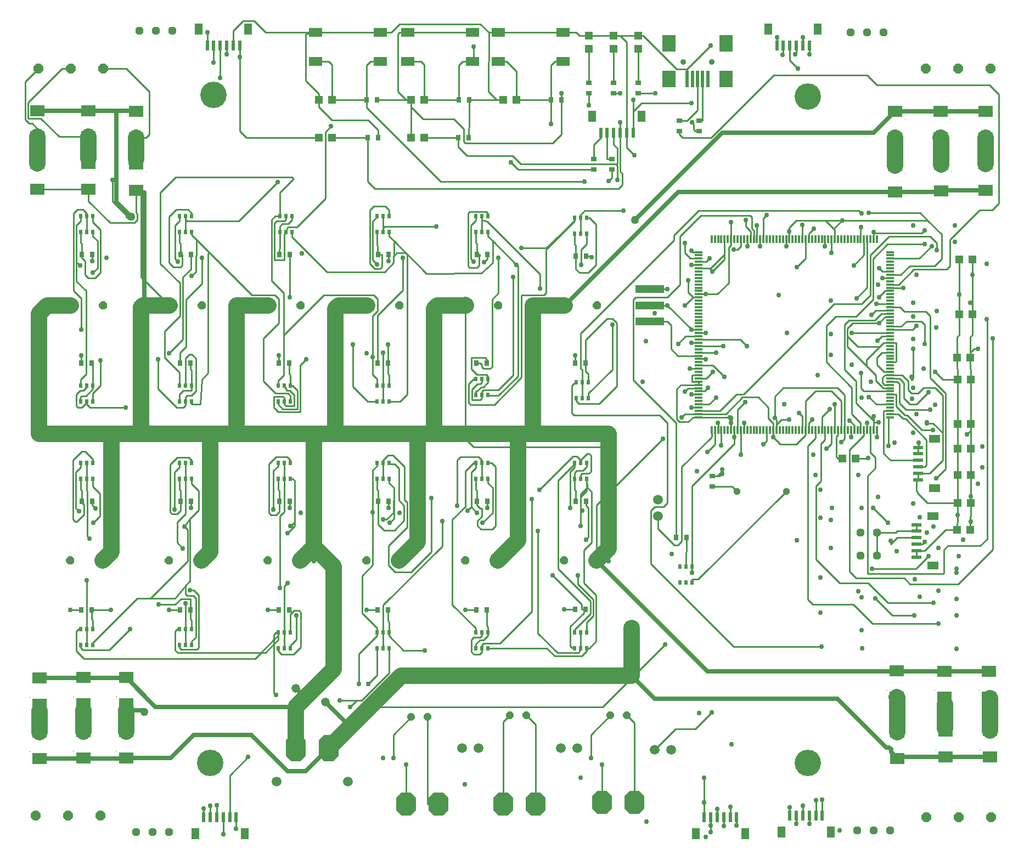
<source format=gtl>
G04 Layer_Physical_Order=1*
G04 Layer_Color=255*
%FSAX25Y25*%
%MOIN*%
G70*
G01*
G75*
%ADD10R,0.07087X0.04724*%
%ADD11R,0.06299X0.02362*%
%ADD12R,0.04724X0.07087*%
%ADD13R,0.02362X0.06299*%
%ADD14R,0.05000X0.04500*%
%ADD15R,0.03800X0.03100*%
%ADD16R,0.03100X0.03800*%
%ADD17R,0.08504X0.07008*%
%ADD18R,0.08268X0.05512*%
%ADD19R,0.17323X0.04724*%
%ADD20R,0.04500X0.05000*%
%ADD21R,0.07874X0.09843*%
%ADD22R,0.01969X0.09843*%
%ADD23R,0.02165X0.03150*%
%ADD24R,0.01181X0.04724*%
%ADD25R,0.04724X0.01181*%
%ADD26C,0.01000*%
%ADD27C,0.02500*%
%ADD28C,0.10000*%
%ADD29C,0.00200*%
%ADD30P,0.05199X8X202.5*%
%ADD31C,0.05906*%
%ADD32P,0.04871X8X202.5*%
%ADD33P,0.05412X8X177.5*%
G04:AMPARAMS|DCode=34|XSize=118.11mil|YSize=157.48mil|CornerRadius=0mil|HoleSize=0mil|Usage=FLASHONLY|Rotation=180.000|XOffset=0mil|YOffset=0mil|HoleType=Round|Shape=Octagon|*
%AMOCTAGOND34*
4,1,8,0.02953,-0.07874,-0.02953,-0.07874,-0.05906,-0.04921,-0.05906,0.04921,-0.02953,0.07874,0.02953,0.07874,0.05906,0.04921,0.05906,-0.04921,0.02953,-0.07874,0.0*
%
%ADD34OCTAGOND34*%

%ADD35P,0.04261X8X202.5*%
%ADD36C,0.03543*%
%ADD37P,0.05412X8X22.5*%
%ADD38P,0.06392X8X22.5*%
G04:AMPARAMS|DCode=39|XSize=118.11mil|YSize=137.8mil|CornerRadius=0mil|HoleSize=0mil|Usage=FLASHONLY|Rotation=0.000|XOffset=0mil|YOffset=0mil|HoleType=Round|Shape=Octagon|*
%AMOCTAGOND39*
4,1,8,-0.02953,0.06890,0.02953,0.06890,0.05906,0.03937,0.05906,-0.03937,0.02953,-0.06890,-0.02953,-0.06890,-0.05906,-0.03937,-0.05906,0.03937,-0.02953,0.06890,0.0*
%
%ADD39OCTAGOND39*%

%ADD40C,0.03000*%
%ADD41C,0.05000*%
%ADD42C,0.10000*%
%ADD43C,0.16000*%
D10*
X0656000Y0315000D02*
D03*
Y0344921D02*
D03*
X0655000Y0268000D02*
D03*
Y0297921D02*
D03*
D11*
X0645961Y0339803D02*
D03*
Y0335866D02*
D03*
Y0331929D02*
D03*
Y0327992D02*
D03*
Y0324055D02*
D03*
Y0320118D02*
D03*
X0644961Y0292803D02*
D03*
Y0288866D02*
D03*
Y0284929D02*
D03*
Y0280992D02*
D03*
Y0277055D02*
D03*
Y0273118D02*
D03*
D12*
X0478000Y0541000D02*
D03*
X0448079D02*
D03*
X0239000Y0594000D02*
D03*
X0209079D02*
D03*
X0555079D02*
D03*
X0585000D02*
D03*
X0207000Y0105000D02*
D03*
X0236921D02*
D03*
X0592921Y0106000D02*
D03*
X0563000D02*
D03*
X0511000Y0105000D02*
D03*
X0540921D02*
D03*
D13*
X0453197Y0530961D02*
D03*
X0457134D02*
D03*
X0461071D02*
D03*
X0465008D02*
D03*
X0468945D02*
D03*
X0472882D02*
D03*
X0214197Y0583961D02*
D03*
X0218134D02*
D03*
X0222071D02*
D03*
X0226008D02*
D03*
X0229945D02*
D03*
X0233882D02*
D03*
X0579882D02*
D03*
X0575945D02*
D03*
X0572008D02*
D03*
X0568071D02*
D03*
X0564134D02*
D03*
X0560197D02*
D03*
X0231803Y0115039D02*
D03*
X0227866D02*
D03*
X0223929D02*
D03*
X0219992D02*
D03*
X0216055D02*
D03*
X0212118D02*
D03*
X0568118Y0116039D02*
D03*
X0572055D02*
D03*
X0575992D02*
D03*
X0579929D02*
D03*
X0583866D02*
D03*
X0587803D02*
D03*
X0535803Y0115039D02*
D03*
X0531866D02*
D03*
X0527929D02*
D03*
X0523992D02*
D03*
X0520055D02*
D03*
X0516118D02*
D03*
D14*
X0346000Y0528000D02*
D03*
X0338000D02*
D03*
X0290000D02*
D03*
X0282000D02*
D03*
X0670858Y0420722D02*
D03*
X0678858D02*
D03*
X0394000Y0551000D02*
D03*
X0402000D02*
D03*
X0338000D02*
D03*
X0346000D02*
D03*
X0600000Y0333000D02*
D03*
X0608000D02*
D03*
X0282000Y0551000D02*
D03*
X0290000D02*
D03*
X0669795Y0289635D02*
D03*
X0677795D02*
D03*
X0670000Y0306000D02*
D03*
X0678000D02*
D03*
X0670000Y0323000D02*
D03*
X0678000D02*
D03*
X0670000Y0339000D02*
D03*
X0678000D02*
D03*
X0670000Y0354000D02*
D03*
X0678000D02*
D03*
X0670000Y0381000D02*
D03*
X0678000D02*
D03*
X0669795Y0394351D02*
D03*
X0677795D02*
D03*
X0671000Y0454000D02*
D03*
X0679000D02*
D03*
D15*
X0460000Y0508700D02*
D03*
Y0515000D02*
D03*
X0449000Y0508700D02*
D03*
Y0515000D02*
D03*
X0476000Y0555000D02*
D03*
Y0561300D02*
D03*
X0461000Y0555000D02*
D03*
Y0561300D02*
D03*
X0446000Y0555000D02*
D03*
Y0561300D02*
D03*
X0501000Y0532000D02*
D03*
Y0538300D02*
D03*
X0513000Y0532000D02*
D03*
Y0538300D02*
D03*
X0521000Y0316000D02*
D03*
Y0322300D02*
D03*
D16*
X0366700Y0528000D02*
D03*
X0373000D02*
D03*
X0311700D02*
D03*
X0318000D02*
D03*
X0499000Y0285000D02*
D03*
X0505300D02*
D03*
X0258000Y0307000D02*
D03*
X0264300D02*
D03*
X0324000Y0391000D02*
D03*
X0317700D02*
D03*
X0384000D02*
D03*
X0377700D02*
D03*
X0444000D02*
D03*
X0437700D02*
D03*
X0318000Y0457000D02*
D03*
X0324300D02*
D03*
X0378000D02*
D03*
X0384300D02*
D03*
X0438000Y0456000D02*
D03*
X0444300D02*
D03*
X0138000Y0457000D02*
D03*
X0144300D02*
D03*
X0204000Y0391000D02*
D03*
X0197700D02*
D03*
X0264000D02*
D03*
X0257700D02*
D03*
X0144000D02*
D03*
X0137700D02*
D03*
X0198000Y0457000D02*
D03*
X0204300D02*
D03*
X0258000D02*
D03*
X0264300D02*
D03*
X0423000Y0551000D02*
D03*
X0429300D02*
D03*
X0367000D02*
D03*
X0373300D02*
D03*
X0324000Y0241000D02*
D03*
X0317700D02*
D03*
X0384000D02*
D03*
X0377700D02*
D03*
X0444000Y0241228D02*
D03*
X0437700D02*
D03*
X0311000Y0551000D02*
D03*
X0317300D02*
D03*
X0318000Y0307000D02*
D03*
X0324300D02*
D03*
X0378000D02*
D03*
X0384300D02*
D03*
X0438000D02*
D03*
X0444300D02*
D03*
X0144000Y0241000D02*
D03*
X0137700D02*
D03*
X0204000D02*
D03*
X0197700D02*
D03*
X0264000D02*
D03*
X0257700D02*
D03*
X0138000Y0307000D02*
D03*
X0144300D02*
D03*
X0198000D02*
D03*
X0204300D02*
D03*
D17*
X0112213Y0166602D02*
D03*
Y0150657D02*
D03*
Y0199602D02*
D03*
Y0183657D02*
D03*
X0142000Y0544500D02*
D03*
Y0528555D02*
D03*
X0111000Y0544500D02*
D03*
Y0528555D02*
D03*
Y0512500D02*
D03*
Y0496555D02*
D03*
X0142000Y0512500D02*
D03*
Y0496555D02*
D03*
X0171000Y0511945D02*
D03*
Y0496000D02*
D03*
Y0543945D02*
D03*
Y0528000D02*
D03*
X0659819Y0543949D02*
D03*
Y0528004D02*
D03*
X0632000Y0544000D02*
D03*
Y0528055D02*
D03*
Y0511000D02*
D03*
Y0495055D02*
D03*
X0660000Y0511768D02*
D03*
Y0495823D02*
D03*
X0687000Y0512000D02*
D03*
Y0496055D02*
D03*
Y0544000D02*
D03*
Y0528055D02*
D03*
X0688981Y0187886D02*
D03*
Y0203831D02*
D03*
X0661981Y0187886D02*
D03*
Y0203831D02*
D03*
X0633000Y0188000D02*
D03*
Y0203945D02*
D03*
X0689611Y0151615D02*
D03*
Y0167559D02*
D03*
X0662709Y0151536D02*
D03*
Y0167481D02*
D03*
X0633362Y0150807D02*
D03*
Y0166752D02*
D03*
X0139000Y0166945D02*
D03*
Y0151000D02*
D03*
Y0199945D02*
D03*
Y0184000D02*
D03*
X0165000Y0199945D02*
D03*
Y0184000D02*
D03*
Y0166945D02*
D03*
Y0151000D02*
D03*
D18*
X0430370Y0574283D02*
D03*
X0391000D02*
D03*
X0430370Y0592000D02*
D03*
X0391000D02*
D03*
X0336000D02*
D03*
X0375370D02*
D03*
X0336000Y0574283D02*
D03*
X0375370D02*
D03*
X0319370D02*
D03*
X0280000D02*
D03*
X0319370Y0592000D02*
D03*
X0280000D02*
D03*
D19*
X0483000Y0436000D02*
D03*
Y0426157D02*
D03*
Y0416315D02*
D03*
D20*
X0476000Y0590000D02*
D03*
Y0582000D02*
D03*
X0461000Y0590000D02*
D03*
Y0582000D02*
D03*
X0446000Y0590000D02*
D03*
Y0582000D02*
D03*
D21*
X0529323Y0585398D02*
D03*
X0494677D02*
D03*
X0529323Y0563744D02*
D03*
X0494677D02*
D03*
D22*
X0518299D02*
D03*
X0505701D02*
D03*
X0512000D02*
D03*
X0515150D02*
D03*
X0508850D02*
D03*
D23*
X0377260Y0320772D02*
D03*
Y0330220D02*
D03*
X0384740Y0320772D02*
D03*
Y0330220D02*
D03*
X0381000Y0320772D02*
D03*
Y0330220D02*
D03*
X0137260Y0470772D02*
D03*
Y0480220D02*
D03*
X0144740Y0470772D02*
D03*
Y0480220D02*
D03*
X0141000Y0470772D02*
D03*
Y0480220D02*
D03*
X0438260Y0369772D02*
D03*
Y0379220D02*
D03*
X0445740Y0369772D02*
D03*
Y0379220D02*
D03*
X0442000Y0369772D02*
D03*
Y0379220D02*
D03*
X0317260Y0320772D02*
D03*
Y0330220D02*
D03*
X0324740Y0320772D02*
D03*
Y0330220D02*
D03*
X0321000Y0320772D02*
D03*
Y0330220D02*
D03*
X0258260Y0470772D02*
D03*
Y0480220D02*
D03*
X0265740Y0470772D02*
D03*
Y0480220D02*
D03*
X0262000Y0470772D02*
D03*
Y0480220D02*
D03*
X0377260Y0371772D02*
D03*
Y0381220D02*
D03*
X0384740Y0371772D02*
D03*
Y0381220D02*
D03*
X0381000Y0371772D02*
D03*
Y0381220D02*
D03*
X0257260Y0217772D02*
D03*
Y0227220D02*
D03*
X0264740Y0217772D02*
D03*
Y0227220D02*
D03*
X0261000Y0217772D02*
D03*
Y0227220D02*
D03*
X0197260Y0470772D02*
D03*
Y0480220D02*
D03*
X0204740Y0470772D02*
D03*
Y0480220D02*
D03*
X0201000Y0470772D02*
D03*
Y0480220D02*
D03*
X0317260Y0367772D02*
D03*
Y0377220D02*
D03*
X0324740Y0367772D02*
D03*
Y0377220D02*
D03*
X0321000Y0367772D02*
D03*
Y0377220D02*
D03*
X0197260Y0219772D02*
D03*
Y0229220D02*
D03*
X0204740Y0219772D02*
D03*
Y0229220D02*
D03*
X0201000Y0219772D02*
D03*
Y0229220D02*
D03*
X0137260Y0367772D02*
D03*
Y0377220D02*
D03*
X0144740Y0367772D02*
D03*
Y0377220D02*
D03*
X0141000Y0367772D02*
D03*
Y0377220D02*
D03*
X0437260Y0469772D02*
D03*
Y0479220D02*
D03*
X0444740Y0469772D02*
D03*
Y0479220D02*
D03*
X0441000Y0469772D02*
D03*
Y0479220D02*
D03*
X0137260Y0219772D02*
D03*
Y0229220D02*
D03*
X0144740Y0219772D02*
D03*
Y0229220D02*
D03*
X0141000Y0219772D02*
D03*
Y0229220D02*
D03*
X0437260Y0217772D02*
D03*
Y0227220D02*
D03*
X0444740Y0217772D02*
D03*
Y0227220D02*
D03*
X0441000Y0217772D02*
D03*
Y0227220D02*
D03*
X0377260Y0470772D02*
D03*
Y0480220D02*
D03*
X0384740Y0470772D02*
D03*
Y0480220D02*
D03*
X0381000Y0470772D02*
D03*
Y0480220D02*
D03*
X0257260Y0320772D02*
D03*
Y0330220D02*
D03*
X0264740Y0320772D02*
D03*
Y0330220D02*
D03*
X0261000Y0320772D02*
D03*
Y0330220D02*
D03*
X0317260Y0470772D02*
D03*
Y0480220D02*
D03*
X0324740Y0470772D02*
D03*
Y0480220D02*
D03*
X0321000Y0470772D02*
D03*
Y0480220D02*
D03*
X0197260Y0320772D02*
D03*
Y0330220D02*
D03*
X0204740Y0320772D02*
D03*
Y0330220D02*
D03*
X0201000Y0320772D02*
D03*
Y0330220D02*
D03*
X0317260Y0217772D02*
D03*
Y0227220D02*
D03*
X0324740Y0217772D02*
D03*
Y0227220D02*
D03*
X0321000Y0217772D02*
D03*
Y0227220D02*
D03*
X0257260Y0367772D02*
D03*
Y0377220D02*
D03*
X0264740Y0367772D02*
D03*
Y0377220D02*
D03*
X0261000Y0367772D02*
D03*
Y0377220D02*
D03*
X0137260Y0320772D02*
D03*
Y0330220D02*
D03*
X0144740Y0320772D02*
D03*
Y0330220D02*
D03*
X0141000Y0320772D02*
D03*
Y0330220D02*
D03*
X0437260Y0320772D02*
D03*
Y0330220D02*
D03*
X0444740Y0320772D02*
D03*
Y0330220D02*
D03*
X0441000Y0320772D02*
D03*
Y0330220D02*
D03*
X0197260Y0367772D02*
D03*
Y0377220D02*
D03*
X0204740Y0367772D02*
D03*
Y0377220D02*
D03*
X0201000Y0367772D02*
D03*
Y0377220D02*
D03*
X0501260Y0257772D02*
D03*
Y0267220D02*
D03*
X0508740Y0257772D02*
D03*
Y0267220D02*
D03*
X0505000Y0257772D02*
D03*
Y0267220D02*
D03*
X0377260Y0217772D02*
D03*
Y0227220D02*
D03*
X0384740Y0217772D02*
D03*
Y0227220D02*
D03*
X0381000Y0217772D02*
D03*
Y0227220D02*
D03*
D24*
X0520591Y0466362D02*
D03*
X0522559D02*
D03*
X0524528D02*
D03*
X0526496D02*
D03*
X0528465D02*
D03*
X0530433D02*
D03*
X0532402D02*
D03*
X0534370D02*
D03*
X0536339D02*
D03*
X0538307D02*
D03*
X0540276D02*
D03*
X0542244D02*
D03*
X0544213D02*
D03*
X0546181D02*
D03*
X0548150D02*
D03*
X0550118D02*
D03*
X0552087D02*
D03*
X0554055D02*
D03*
X0556024D02*
D03*
X0557992D02*
D03*
X0559961D02*
D03*
X0561929D02*
D03*
X0563898D02*
D03*
X0565866D02*
D03*
X0567835D02*
D03*
X0569803D02*
D03*
X0571772D02*
D03*
X0573740D02*
D03*
X0575709D02*
D03*
X0577677D02*
D03*
X0579646D02*
D03*
X0581614D02*
D03*
X0583583D02*
D03*
X0585551D02*
D03*
X0587520D02*
D03*
X0589488D02*
D03*
X0591457D02*
D03*
X0593425D02*
D03*
X0595394D02*
D03*
X0597362D02*
D03*
X0599331D02*
D03*
X0601299D02*
D03*
X0603268D02*
D03*
X0605236D02*
D03*
X0607205D02*
D03*
X0609173D02*
D03*
X0611142D02*
D03*
X0613110D02*
D03*
X0615079D02*
D03*
X0617047D02*
D03*
X0619016D02*
D03*
X0620984D02*
D03*
Y0350220D02*
D03*
X0619016D02*
D03*
X0617047D02*
D03*
X0615079D02*
D03*
X0613110D02*
D03*
X0611142D02*
D03*
X0609173D02*
D03*
X0607205D02*
D03*
X0605236D02*
D03*
X0603268D02*
D03*
X0601299D02*
D03*
X0599331D02*
D03*
X0597362D02*
D03*
X0595394D02*
D03*
X0593425D02*
D03*
X0591457D02*
D03*
X0589488D02*
D03*
X0587520D02*
D03*
X0585551D02*
D03*
X0583583D02*
D03*
X0581614D02*
D03*
X0579646D02*
D03*
X0577677D02*
D03*
X0575709D02*
D03*
X0573740D02*
D03*
X0571772D02*
D03*
X0569803D02*
D03*
X0567835D02*
D03*
X0565866D02*
D03*
X0563898D02*
D03*
X0561929D02*
D03*
X0559961D02*
D03*
X0557992D02*
D03*
X0556024D02*
D03*
X0554055D02*
D03*
X0552087D02*
D03*
X0550118D02*
D03*
X0548150D02*
D03*
X0546181D02*
D03*
X0544213D02*
D03*
X0542244D02*
D03*
X0540276D02*
D03*
X0538307D02*
D03*
X0536339D02*
D03*
X0534370D02*
D03*
X0532402D02*
D03*
X0530433D02*
D03*
X0528465D02*
D03*
X0526496D02*
D03*
X0524528D02*
D03*
X0522559D02*
D03*
X0520591D02*
D03*
D25*
X0628858Y0458488D02*
D03*
Y0456520D02*
D03*
Y0454551D02*
D03*
Y0452583D02*
D03*
Y0450614D02*
D03*
Y0448646D02*
D03*
Y0446677D02*
D03*
Y0444709D02*
D03*
Y0442740D02*
D03*
Y0440772D02*
D03*
Y0438803D02*
D03*
Y0436835D02*
D03*
Y0434866D02*
D03*
Y0432898D02*
D03*
Y0430929D02*
D03*
Y0428961D02*
D03*
Y0426992D02*
D03*
Y0425024D02*
D03*
Y0423055D02*
D03*
Y0421087D02*
D03*
Y0419118D02*
D03*
Y0417150D02*
D03*
Y0415181D02*
D03*
Y0413213D02*
D03*
Y0411244D02*
D03*
Y0409276D02*
D03*
Y0407307D02*
D03*
Y0405339D02*
D03*
Y0403370D02*
D03*
Y0401402D02*
D03*
Y0399433D02*
D03*
Y0397465D02*
D03*
Y0395496D02*
D03*
Y0393528D02*
D03*
Y0391559D02*
D03*
Y0389591D02*
D03*
Y0387622D02*
D03*
Y0385654D02*
D03*
Y0383685D02*
D03*
Y0381717D02*
D03*
Y0379748D02*
D03*
Y0377780D02*
D03*
Y0375811D02*
D03*
Y0373843D02*
D03*
Y0371874D02*
D03*
Y0369906D02*
D03*
Y0367937D02*
D03*
Y0365969D02*
D03*
Y0364000D02*
D03*
Y0362032D02*
D03*
Y0360063D02*
D03*
Y0358094D02*
D03*
X0512717D02*
D03*
Y0360063D02*
D03*
Y0362032D02*
D03*
Y0364000D02*
D03*
Y0365969D02*
D03*
Y0367937D02*
D03*
Y0369906D02*
D03*
Y0371874D02*
D03*
Y0373843D02*
D03*
Y0375811D02*
D03*
Y0377780D02*
D03*
Y0379748D02*
D03*
Y0381717D02*
D03*
Y0383685D02*
D03*
Y0385654D02*
D03*
Y0387622D02*
D03*
Y0389591D02*
D03*
Y0391559D02*
D03*
Y0393528D02*
D03*
Y0395496D02*
D03*
Y0397465D02*
D03*
Y0399433D02*
D03*
Y0401402D02*
D03*
Y0403370D02*
D03*
Y0405339D02*
D03*
Y0407307D02*
D03*
Y0409276D02*
D03*
Y0411244D02*
D03*
Y0413213D02*
D03*
Y0415181D02*
D03*
Y0417150D02*
D03*
Y0419118D02*
D03*
Y0421087D02*
D03*
Y0423055D02*
D03*
Y0425024D02*
D03*
Y0426992D02*
D03*
Y0428961D02*
D03*
Y0430929D02*
D03*
Y0432898D02*
D03*
Y0434866D02*
D03*
Y0436835D02*
D03*
Y0438803D02*
D03*
Y0440772D02*
D03*
Y0442740D02*
D03*
Y0444709D02*
D03*
Y0446677D02*
D03*
Y0448646D02*
D03*
Y0450614D02*
D03*
Y0452583D02*
D03*
Y0454551D02*
D03*
Y0456520D02*
D03*
Y0458488D02*
D03*
D26*
X0227866Y0140466D02*
X0239000Y0151600D01*
X0615000Y0566000D02*
X0621000Y0560000D01*
X0558394Y0566000D02*
X0615000D01*
X0520394Y0528000D02*
X0558394Y0566000D01*
X0689500Y0560000D02*
X0695000Y0554500D01*
X0621000Y0560000D02*
X0689500D01*
X0454400Y0182000D02*
X0492300Y0219900D01*
X0312843Y0182000D02*
X0454400D01*
X0311000D02*
X0312843D01*
X0164315Y0151000D02*
X0164657Y0150657D01*
X0384740Y0468065D02*
X0387540Y0465265D01*
X0402106Y0450700D02*
X0402900Y0449906D01*
X0387540Y0465265D02*
X0402106Y0450700D01*
X0327540Y0456040D02*
X0329500Y0458000D01*
X0327500Y0456000D02*
X0327540Y0456040D01*
Y0465265D02*
X0347451Y0445354D01*
X0324740Y0468065D02*
X0327540Y0465265D01*
X0384740Y0371300D02*
X0391100D01*
X0324740Y0367700D02*
X0331500D01*
X0445050Y0315450D02*
X0447600Y0312900D01*
X0444740Y0315760D02*
X0445050Y0315450D01*
X0444740Y0315140D02*
Y0315760D01*
Y0313306D02*
Y0315140D01*
X0445050Y0315450D01*
X0441000Y0311400D02*
X0444740Y0315140D01*
X0441000Y0309565D02*
Y0311400D01*
Y0302300D02*
Y0309565D01*
Y0291900D02*
Y0302300D01*
X0384740Y0217700D02*
X0420500D01*
X0207820Y0465920D02*
X0215400Y0458340D01*
X0241440Y0432300D01*
X0204740Y0469000D02*
X0207820Y0465920D01*
X0264740Y0320800D02*
X0266000D01*
X0204740Y0366100D02*
X0210000D01*
X0267200Y0291900D02*
Y0294500D01*
X0264850Y0292150D02*
X0267200Y0294500D01*
X0264700Y0292000D02*
X0264850Y0292150D01*
X0263000Y0287700D02*
X0267200Y0291900D01*
X0264850Y0292150D02*
X0265000Y0292000D01*
X0305000Y0186000D02*
X0307933D01*
X0294600D02*
X0305000D01*
X0179600Y0248100D02*
X0194751D01*
X0171740D02*
X0179600D01*
X0142400Y0512500D02*
Y0515500D01*
X0142000D02*
X0142400D01*
X0139400Y0180000D02*
Y0184000D01*
X0139000Y0180000D02*
X0139400D01*
X0112600Y0179657D02*
Y0183657D01*
X0112213Y0179657D02*
X0112600D01*
X0662291Y0177718D02*
X0662709Y0177300D01*
X0661981Y0178028D02*
X0662291Y0177718D01*
X0662000Y0167481D02*
Y0178000D01*
X0515150Y0538300D02*
Y0563744D01*
X0628000Y0340700D02*
Y0358094D01*
X0264740Y0377300D02*
X0266000D01*
X0264740D02*
Y0383700D01*
Y0377220D02*
Y0377300D01*
X0201000Y0470772D02*
Y0478200D01*
X0199100Y0450500D02*
Y0457000D01*
X0141000Y0366000D02*
Y0367016D01*
X0265700Y0239300D02*
X0267000Y0240600D01*
X0264740Y0238340D02*
X0265700Y0239300D01*
X0444740Y0479300D02*
X0446400D01*
X0381000Y0478000D02*
Y0480220D01*
Y0470772D02*
Y0478000D01*
X0379700Y0455900D02*
Y0457000D01*
X0321000Y0470772D02*
Y0472900D01*
X0441800Y0241228D02*
X0442883D01*
Y0239000D02*
Y0241228D01*
X0435800Y0218000D02*
X0437260D01*
X0384740Y0330300D02*
X0387100D01*
X0324740Y0329700D02*
X0328000D01*
X0171000Y0520000D02*
Y0522000D01*
X0166555Y0511945D02*
Y0515555D01*
X0171000Y0520000D01*
X0165000Y0180000D02*
Y0184000D01*
Y0166945D02*
Y0180000D01*
X0508740Y0259540D02*
X0512461D01*
X0376100Y0574283D02*
Y0583200D01*
X0689611Y0187256D02*
Y0187886D01*
X0376000Y0340000D02*
X0454000D01*
X0371000Y0345000D02*
Y0426315D01*
X0458000Y0311900D02*
Y0336000D01*
Y0278315D02*
Y0311900D01*
Y0270685D02*
Y0278315D01*
Y0311900D02*
X0491000Y0344900D01*
X0450685Y0304585D02*
X0458000Y0311900D01*
X0279000Y0279315D02*
Y0344000D01*
Y0270685D02*
Y0279315D01*
X0176000Y0441315D02*
X0191315Y0426000D01*
X0174000Y0443315D02*
X0176000Y0441315D01*
Y0494555D01*
Y0427000D02*
Y0441315D01*
Y0352000D02*
Y0427000D01*
X0232000Y0348000D02*
X0275000D01*
X0216000D02*
X0232000D01*
X0180000D02*
X0216000D01*
X0642882Y0381567D02*
Y0399567D01*
X0641882Y0380567D02*
X0642882Y0381567D01*
X0437260Y0477300D02*
Y0477600D01*
X0437110Y0477450D02*
X0437260Y0477600D01*
X0432374Y0472714D02*
X0437110Y0477450D01*
X0420760Y0461100D02*
X0432374Y0472714D01*
X0437260Y0477300D01*
X0420000Y0461100D02*
X0432374Y0472714D01*
X0420000Y0461100D02*
X0420760D01*
X0405040D02*
X0420000D01*
X0437000Y0378700D02*
X0438260D01*
X0437260Y0327514D02*
Y0329800D01*
X0376000Y0381300D02*
X0377260D01*
X0255500Y0480200D02*
X0258260D01*
X0260600Y0408000D02*
Y0433600D01*
Y0383740D02*
Y0408000D01*
X0314800Y0394800D02*
Y0419700D01*
Y0383900D02*
Y0394800D01*
X0134800Y0440800D02*
Y0452414D01*
X0314800Y0300200D02*
Y0326040D01*
Y0268300D02*
Y0300200D01*
X0256000Y0227300D02*
X0257260D01*
Y0222700D02*
Y0225460D01*
X0254800Y0223000D02*
X0257260Y0225460D01*
X0246897Y0215097D02*
X0254800Y0223000D01*
X0243200Y0211400D02*
X0246897Y0215097D01*
X0254800Y0220240D02*
X0257260Y0222700D01*
X0249656Y0215097D02*
X0254800Y0220240D01*
Y0223000D02*
Y0226100D01*
Y0220240D02*
Y0223000D01*
Y0190300D02*
Y0220240D01*
X0246897Y0215097D02*
X0249656D01*
X0196203D02*
X0246897D01*
X0196000Y0229300D02*
X0197260D01*
X0136000D02*
X0137260D01*
X0679000Y0437342D02*
Y0444567D01*
X0647200Y0482200D02*
X0651700Y0477700D01*
X0678858Y0426509D02*
Y0437200D01*
Y0420722D02*
Y0426509D01*
X0677795Y0397395D02*
Y0407000D01*
X0621962Y0415200D02*
X0625881Y0419118D01*
X0600100Y0477700D02*
X0651700D01*
X0599900D02*
X0600100D01*
X0589694D02*
X0594797Y0472597D01*
X0621962Y0415200D02*
X0622500D01*
X0603000Y0407400D02*
Y0412000D01*
Y0400900D02*
Y0407400D01*
X0614700Y0392970D02*
X0622630Y0400900D01*
X0614700Y0389200D02*
X0620300Y0383600D01*
X0603000Y0400900D02*
X0614700Y0389200D01*
X0678000Y0339000D02*
Y0350000D01*
X0677795Y0294667D02*
Y0297700D01*
Y0289635D02*
Y0294667D01*
X0646300Y0339803D02*
Y0342800D01*
X0589694Y0477700D02*
X0599900D01*
X0572035D02*
X0589694D01*
X0567835Y0470882D02*
Y0473500D01*
Y0466362D02*
Y0470882D01*
X0517079Y0432898D02*
X0524000D01*
X0512717D02*
X0517079D01*
X0373300Y0551000D02*
X0390100D01*
X0534370Y0345900D02*
Y0350220D01*
Y0341900D02*
Y0345900D01*
X0520055Y0109900D02*
Y0115039D01*
Y0106000D02*
Y0109900D01*
X0508354Y0411244D02*
X0508575D01*
X0493662Y0426157D02*
X0508575Y0411244D01*
X0670858Y0432567D02*
Y0437200D01*
Y0420722D02*
Y0432567D01*
X0660900Y0348600D02*
Y0371400D01*
Y0332000D02*
Y0348600D01*
X0651500Y0354400D02*
X0655100D01*
X0670000Y0298105D02*
Y0298567D01*
X0619016Y0355868D02*
Y0358584D01*
Y0354900D02*
Y0355868D01*
X0608200Y0366684D02*
X0619016Y0355868D01*
X0645100Y0313200D02*
Y0320118D01*
X0528465Y0453965D02*
Y0457110D01*
X0519527Y0448173D02*
X0521100Y0446600D01*
X0519054Y0448646D02*
X0519527Y0448173D01*
X0509200Y0431000D02*
X0509271Y0430929D01*
X0506200Y0434000D02*
X0509200Y0431000D01*
X0233882Y0532000D02*
Y0577000D01*
X0472882Y0544000D02*
Y0550918D01*
Y0530961D02*
Y0544000D01*
X0317300Y0551000D02*
X0335100D01*
X0559961Y0353621D02*
Y0356539D01*
X0532402Y0354598D02*
Y0357500D01*
Y0354583D02*
Y0354598D01*
X0524000Y0322300D02*
X0526900Y0325200D01*
X0524000Y0322300D02*
X0525400D01*
X0516118Y0124000D02*
Y0139000D01*
X0462100Y0512100D02*
X0463200D01*
X0629300Y0281000D02*
X0633229Y0284929D01*
X0348000Y0123000D02*
Y0176000D01*
Y0123000D02*
X0354685D01*
X0126043Y0151000D02*
X0139000D01*
X0112213Y0150657D02*
X0126043Y0151000D01*
X0156600Y0489400D02*
Y0502400D01*
Y0489400D02*
X0166000Y0480000D01*
X0413685Y0123000D02*
Y0171315D01*
X0408000Y0177000D02*
X0413685Y0171315D01*
X0204740Y0317700D02*
X0209100Y0313340D01*
X0203800Y0296400D02*
X0209100Y0301700D01*
X0200200Y0291700D02*
X0203800Y0296400D01*
X0145100Y0294000D02*
X0149100Y0298000D01*
X0144740Y0315900D02*
X0149100Y0311540D01*
X0203800Y0258717D02*
Y0296400D01*
X0200900Y0255817D02*
X0203800Y0258717D01*
X0194751Y0248100D02*
X0200900Y0255817D01*
X0144740Y0221100D02*
X0171740Y0248100D01*
X0324740Y0202807D02*
Y0217772D01*
X0300900Y0181900D02*
X0305000Y0186000D01*
X0307933D02*
X0324740Y0202807D01*
X0268300Y0223060D02*
Y0237800D01*
X0441000Y0302300D02*
X0442000Y0301300D01*
X0444740Y0320772D02*
X0445050Y0315450D01*
X0444740Y0315760D02*
Y0320772D01*
X0447600Y0281873D02*
Y0312900D01*
X0443100Y0277373D02*
X0447600Y0281873D01*
X0443100Y0257300D02*
Y0277373D01*
Y0257300D02*
X0450450Y0249950D01*
Y0221850D02*
Y0249950D01*
X0446300Y0217700D02*
X0450450Y0221850D01*
X0444740Y0217772D02*
X0446300Y0217700D01*
X0445740Y0369772D02*
Y0372540D01*
X0460200Y0387000D01*
Y0414200D01*
X0324740Y0468065D02*
Y0470772D01*
X0327540Y0456040D02*
Y0465265D01*
X0327500Y0452000D02*
Y0456000D01*
X0287040Y0446500D02*
X0322000D01*
X0204740Y0366100D02*
Y0367772D01*
X0210000Y0366100D02*
X0211000Y0381100D01*
X0214800Y0384900D01*
Y0457740D01*
X0215400Y0458340D01*
X0207200Y0446365D02*
X0207820Y0465920D01*
X0204735Y0443900D02*
X0207200Y0446365D01*
X0147540Y0448706D02*
Y0465265D01*
X0144740Y0367772D02*
Y0372695D01*
X0149400Y0377354D01*
Y0392800D01*
X0200200Y0291700D02*
X0202300Y0289600D01*
Y0270800D02*
Y0289600D01*
X0179600Y0248100D02*
X0202300Y0270800D01*
X0144740Y0219772D02*
Y0221100D01*
X0402900Y0383100D02*
Y0449906D01*
X0391100Y0371300D02*
X0402900Y0383100D01*
X0384740Y0371300D02*
Y0371772D01*
X0444740Y0463240D02*
Y0469772D01*
X0441400Y0459900D02*
X0444740Y0463240D01*
X0441400Y0450700D02*
Y0459900D01*
X0384740Y0468065D02*
Y0470772D01*
X0387540Y0452000D02*
Y0465265D01*
X0380725Y0445525D02*
X0387540Y0452000D01*
X0347451Y0445354D02*
X0380725Y0445525D01*
X0267200Y0294500D02*
Y0319600D01*
X0321000Y0295900D02*
X0323100D01*
X0327200Y0300000D01*
X0327540Y0315265D01*
X0324740Y0318065D02*
X0327540Y0315265D01*
X0628858Y0454551D02*
X0646751D01*
X0654300Y0462100D01*
X0620451Y0423055D02*
X0628858D01*
X0617596Y0420200D02*
X0620451Y0423055D01*
X0628858Y0381717D02*
X0634723D01*
X0637300Y0379139D01*
Y0369646D02*
Y0379139D01*
Y0369646D02*
X0640946Y0366000D01*
X0645100D01*
X0652300Y0373200D01*
X0613057Y0373843D02*
X0628858D01*
X0611200Y0375700D02*
X0613057Y0373843D01*
X0611200Y0375700D02*
Y0385000D01*
X0628858Y0371874D02*
X0632600D01*
Y0364823D02*
Y0371874D01*
Y0364823D02*
X0638000Y0359423D01*
X0639411D01*
X0648433Y0350400D01*
X0655000D01*
X0615079Y0350220D02*
Y0354579D01*
X0615100Y0354600D01*
X0613110Y0347110D02*
Y0350220D01*
X0604200Y0338200D02*
X0613110Y0347110D01*
X0604200Y0264400D02*
Y0338200D01*
Y0264400D02*
X0608300Y0260300D01*
X0637549D01*
X0641082Y0256767D01*
X0670267D01*
X0691300Y0277800D01*
Y0405900D01*
X0595394Y0365994D02*
X0595400Y0366000D01*
X0595394Y0350220D02*
Y0365994D01*
X0644961Y0280992D02*
X0648592D01*
X0650100Y0282500D01*
X0590399Y0339100D02*
X0593425Y0342126D01*
Y0350220D01*
X0546181Y0466362D02*
Y0471619D01*
X0545100Y0472700D02*
X0546181Y0471619D01*
X0545100Y0472700D02*
Y0479600D01*
X0544000Y0480700D02*
X0545100Y0479600D01*
X0514100Y0480700D02*
X0544000D01*
X0501400Y0468000D02*
X0514100Y0480700D01*
X0501400Y0438800D02*
Y0468000D01*
X0493700Y0431100D02*
X0501400Y0438800D01*
X0474338Y0431100D02*
X0493700D01*
X0473038Y0429800D02*
X0474338Y0431100D01*
X0473038Y0380662D02*
Y0429800D01*
Y0380662D02*
X0499000Y0354700D01*
Y0285000D02*
Y0354700D01*
X0620000Y0247900D02*
X0630333Y0237567D01*
X0643800D01*
X0552087Y0466362D02*
Y0478887D01*
X0554100Y0480900D01*
X0446000Y0547600D02*
Y0555000D01*
X0548150Y0466362D02*
Y0474650D01*
X0548100Y0474700D02*
X0548150Y0474650D01*
X0476000Y0555000D02*
X0486500D01*
X0628858Y0438803D02*
X0634303D01*
X0643400Y0447900D01*
X0663300D01*
X0665400Y0450000D01*
Y0466000D01*
X0683400Y0484000D01*
X0691000D01*
X0695000Y0488000D01*
Y0554500D01*
X0503000Y0528000D02*
X0520394D01*
X0501000Y0530000D02*
X0503000Y0528000D01*
X0501000Y0530000D02*
Y0532000D01*
X0483000Y0436000D02*
X0493700D01*
X0523165Y0397465D02*
X0523200Y0397500D01*
X0512717Y0397465D02*
X0523165D01*
X0264300Y0431100D02*
Y0457000D01*
X0191000Y0396900D02*
X0199415Y0405315D01*
Y0443215D01*
X0204300Y0448100D01*
Y0457000D01*
X0137700Y0391000D02*
Y0395700D01*
X0204300Y0303100D02*
Y0307000D01*
X0444300Y0456000D02*
X0447000D01*
X0447700Y0455300D01*
X0377700Y0391000D02*
X0379900D01*
X0380900Y0390000D01*
Y0388700D02*
Y0390000D01*
Y0388700D02*
X0382000Y0387600D01*
X0386000D01*
X0387200Y0388800D01*
Y0429800D01*
X0391000Y0433600D01*
Y0455100D01*
X0333000Y0435300D02*
Y0455100D01*
X0317700Y0420000D02*
X0333000Y0435300D01*
X0317700Y0391000D02*
Y0420000D01*
X0512000Y0544700D02*
Y0563744D01*
X0505600Y0538300D02*
X0512000Y0544700D01*
X0501000Y0538300D02*
X0505600D01*
X0513000D02*
X0515150D01*
X0620984Y0345916D02*
Y0350220D01*
Y0345916D02*
X0621000Y0345900D01*
X0214197Y0592097D02*
X0214200Y0592100D01*
X0214197Y0583961D02*
Y0592097D01*
X0628000Y0358094D02*
X0628858D01*
X0218134Y0573700D02*
Y0583961D01*
X0507400Y0387622D02*
X0512717D01*
X0222071Y0564329D02*
Y0583961D01*
X0512717Y0389591D02*
X0521409D01*
X0528200Y0382800D01*
X0226000Y0578800D02*
X0226008Y0578808D01*
Y0583961D01*
X0538307Y0462000D02*
Y0466362D01*
X0536307Y0460000D02*
X0538307Y0462000D01*
X0533907Y0460000D02*
X0536307D01*
X0231803Y0108100D02*
Y0115039D01*
X0572500Y0449437D02*
X0577677Y0454614D01*
Y0466362D01*
X0575709D02*
Y0474891D01*
X0575700Y0474900D02*
X0575709Y0474891D01*
X0227866Y0115039D02*
Y0140466D01*
X0579646Y0466362D02*
Y0469646D01*
X0582700Y0472700D01*
X0223929Y0104600D02*
Y0115039D01*
X0219992D02*
Y0122192D01*
X0220000Y0122200D01*
X0589488Y0462000D02*
Y0466362D01*
X0500200Y0402800D02*
X0504707Y0407307D01*
X0512717D01*
X0261000Y0367772D02*
Y0369900D01*
X0260155Y0370745D02*
X0261000Y0369900D01*
X0254800Y0370745D02*
X0260155D01*
X0254800Y0363900D02*
Y0370745D01*
Y0363900D02*
X0257403Y0361297D01*
X0270723D01*
Y0389823D01*
X0274400Y0393500D01*
X0286000Y0531400D02*
X0289500Y0534900D01*
X0286000Y0491000D02*
Y0531400D01*
X0268745Y0473745D02*
X0286000Y0491000D01*
X0262845Y0473745D02*
X0268745D01*
X0262000Y0470772D02*
X0262845Y0473745D01*
X0258260Y0463960D02*
Y0470772D01*
X0258000Y0457000D02*
X0258260Y0463960D01*
X0201000Y0365400D02*
Y0367772D01*
X0199600Y0364000D02*
X0201000Y0365400D01*
X0195600Y0364000D02*
X0199600D01*
X0184200Y0375400D02*
X0195600Y0364000D01*
X0184200Y0375400D02*
Y0393300D01*
X0137984Y0364000D02*
X0141000Y0367016D01*
X0135800Y0364000D02*
X0137984D01*
X0134800Y0365000D02*
X0135800Y0364000D01*
X0134800Y0365000D02*
Y0372000D01*
X0137100Y0374300D01*
X0139000D01*
X0141000Y0376300D01*
Y0377000D01*
X0267000Y0240600D02*
X0270000D01*
X0271100Y0239500D01*
Y0218354D02*
Y0239500D01*
X0266746Y0214000D02*
X0271100Y0218354D01*
X0259260Y0214000D02*
X0266746D01*
X0257260Y0216000D02*
X0259260Y0214000D01*
X0257260Y0216000D02*
Y0217772D01*
X0264000Y0241000D02*
X0265700Y0239300D01*
X0264740Y0227220D02*
Y0238340D01*
X0261000Y0300800D02*
Y0320772D01*
X0258200Y0298000D02*
X0261000Y0300800D01*
X0258200Y0254300D02*
Y0298000D01*
X0196000Y0281900D02*
X0199500Y0278400D01*
X0196000Y0281900D02*
Y0294300D01*
X0201000Y0299300D01*
Y0320772D01*
X0198000Y0301200D02*
Y0307000D01*
X0196000Y0299200D02*
X0198000Y0301200D01*
X0192900Y0299200D02*
X0196000D01*
X0191600Y0300500D02*
X0192900Y0299200D01*
X0191600Y0300500D02*
Y0329400D01*
X0196000Y0333800D01*
X0203000D01*
X0204740Y0332060D01*
Y0330220D02*
Y0332060D01*
X0141000Y0229220D02*
Y0259100D01*
X0141200Y0286106D02*
X0142806Y0284500D01*
X0141200Y0286106D02*
Y0305750D01*
X0141000Y0320772D02*
X0141200Y0305750D01*
X0442000Y0379220D02*
Y0386900D01*
X0441100Y0387800D02*
X0442000Y0386900D01*
X0441100Y0387800D02*
Y0409000D01*
X0497700Y0465600D01*
Y0468700D01*
X0512700Y0483700D01*
X0609900D01*
X0611700Y0481900D01*
X0381000Y0371772D02*
Y0373600D01*
X0382047Y0374647D01*
X0391000D01*
X0400100Y0383747D01*
Y0443200D01*
X0381000Y0478000D02*
X0384300Y0477000D01*
X0416200Y0445100D01*
Y0436500D02*
Y0445100D01*
X0321000Y0377220D02*
Y0397300D01*
X0317260Y0464240D02*
Y0470772D01*
Y0464240D02*
X0318000Y0457000D01*
X0415000Y0226797D02*
Y0289000D01*
Y0226797D02*
X0426900Y0214897D01*
X0440000D01*
X0441000Y0217772D01*
X0378000Y0304800D02*
Y0307000D01*
Y0304800D02*
X0380000Y0302800D01*
X0381150D01*
Y0298000D02*
Y0302800D01*
X0378200Y0295050D02*
X0381150Y0298000D01*
X0378200Y0292300D02*
Y0295050D01*
Y0292300D02*
X0380500Y0290000D01*
X0387500D01*
X0389400Y0291900D01*
Y0328000D01*
X0387100Y0330300D02*
X0389400Y0328000D01*
X0384740Y0330220D02*
Y0330300D01*
X0324740Y0225200D02*
Y0227220D01*
Y0225200D02*
X0333440Y0216500D01*
X0346400D01*
X0312000Y0196100D02*
X0317260Y0201360D01*
Y0217772D01*
X0321000Y0330220D02*
Y0332100D01*
X0324000Y0335100D01*
X0327000D01*
X0334000Y0328100D01*
Y0308000D02*
Y0328100D01*
Y0308000D02*
X0335600Y0306400D01*
Y0291300D02*
Y0306400D01*
X0324300Y0280000D02*
X0335600Y0291300D01*
X0324300Y0268000D02*
Y0280000D01*
Y0268000D02*
X0328300Y0264000D01*
X0337955D01*
X0350300Y0276345D01*
Y0309000D01*
X0151000Y0570000D02*
X0165000D01*
X0179000Y0556000D01*
Y0530000D02*
Y0556000D01*
X0177000Y0528000D02*
X0179000Y0530000D01*
X0171000Y0528000D02*
X0177000D01*
X0521000Y0316000D02*
X0533000D01*
X0536000Y0313000D01*
X0512461Y0259540D02*
X0565921Y0313000D01*
X0508740Y0257772D02*
Y0259540D01*
X0509406Y0458488D02*
X0512717D01*
X0508412Y0459483D02*
X0509406Y0458488D01*
X0563600Y0578300D02*
X0564134Y0578834D01*
Y0583961D01*
X0572008Y0579308D02*
Y0583961D01*
X0571500Y0578800D02*
X0572008Y0579308D01*
X0508400Y0450600D02*
X0508414Y0450614D01*
X0512717D01*
X0587803Y0116039D02*
Y0125797D01*
X0608600Y0430500D02*
X0615079Y0436979D01*
Y0466362D01*
X0611142D02*
Y0473442D01*
X0611500Y0473800D01*
X0579929Y0110900D02*
Y0116039D01*
X0508430Y0403430D02*
X0508490Y0403370D01*
X0512717D01*
X0508400Y0364000D02*
X0512717D01*
X0535800Y0110000D02*
X0535803Y0110003D01*
Y0115039D01*
X0531866D02*
Y0121334D01*
X0538161Y0405339D02*
X0542100Y0401400D01*
X0512717Y0405339D02*
X0538161D01*
X0437260Y0477600D02*
Y0479220D01*
X0437110Y0477450D02*
X0437260Y0477300D01*
X0420000Y0460040D02*
X0437260Y0477300D01*
X0420000Y0433700D02*
Y0460040D01*
X0418600Y0432300D02*
X0420000Y0433700D01*
X0405200Y0432300D02*
X0418600D01*
X0405000Y0432100D02*
X0405200Y0432300D01*
X0405000Y0382300D02*
Y0432100D01*
X0388523Y0365823D02*
X0405000Y0382300D01*
X0374143Y0365823D02*
X0388523D01*
X0373077Y0366889D02*
X0374143Y0365823D01*
X0373077Y0366889D02*
Y0378377D01*
X0376000Y0381300D01*
X0377260Y0381220D02*
Y0381300D01*
Y0477514D02*
Y0480220D01*
X0374460Y0474714D02*
X0377260Y0477514D01*
X0374460Y0454364D02*
Y0474714D01*
Y0454364D02*
X0376000Y0452824D01*
X0317260Y0377220D02*
Y0381440D01*
X0308200Y0238960D02*
Y0261700D01*
Y0238960D02*
X0317260Y0229900D01*
Y0227220D02*
Y0229900D01*
X0314800Y0419700D02*
X0317615Y0422515D01*
Y0430000D01*
X0315315Y0432300D02*
X0317615Y0430000D01*
X0284900Y0432300D02*
X0315315D01*
X0260600Y0408000D02*
X0284900Y0432300D01*
X0257260Y0380400D02*
X0260600Y0383740D01*
X0314800Y0383900D02*
X0317260Y0381440D01*
X0194800Y0454200D02*
X0196300Y0452700D01*
X0194800Y0454200D02*
Y0474740D01*
X0438260Y0378700D02*
Y0379220D01*
X0435800Y0377500D02*
X0437000Y0378700D01*
X0435800Y0360600D02*
Y0377500D01*
Y0360600D02*
X0437000Y0359400D01*
X0489100D01*
X0493800Y0354700D01*
Y0306000D02*
Y0354700D01*
X0491500Y0303700D02*
X0493800Y0306000D01*
X0486000Y0303700D02*
X0491500D01*
X0483700Y0301400D02*
X0486000Y0303700D01*
X0483700Y0269000D02*
Y0301400D01*
Y0269000D02*
X0534000Y0218700D01*
X0587400D01*
X0314800Y0326040D02*
X0317260Y0328500D01*
X0314800Y0453700D02*
Y0477240D01*
X0317260Y0479700D01*
Y0480220D01*
X0374800Y0303800D02*
X0378000Y0299954D01*
X0434600Y0303000D02*
Y0324854D01*
X0437260Y0327514D01*
X0197260D02*
Y0330220D01*
X0194460Y0302000D02*
Y0324714D01*
X0254500Y0302000D02*
Y0325740D01*
X0257260Y0328500D02*
Y0330220D01*
X0317260Y0225200D02*
Y0227220D01*
X0306500Y0214440D02*
X0317260Y0225200D01*
X0306500Y0196100D02*
Y0214440D01*
X0257260Y0227220D02*
Y0227300D01*
X0254800Y0226100D02*
X0256000Y0227300D01*
X0254800Y0190300D02*
X0255900Y0189200D01*
X0437260Y0227220D02*
Y0229000D01*
X0446850Y0238590D01*
Y0246350D01*
X0427200Y0266000D02*
X0446850Y0246350D01*
X0427200Y0266000D02*
Y0319740D01*
X0437260Y0329800D01*
Y0330220D01*
X0377260Y0227220D02*
Y0230000D01*
X0363100Y0244160D02*
X0377260Y0230000D01*
X0363100Y0244160D02*
Y0296000D01*
X0370900Y0303800D01*
Y0325200D01*
X0376000Y0330300D01*
X0377260Y0330220D01*
X0572055Y0110945D02*
X0572100Y0110900D01*
X0572055Y0110945D02*
Y0116039D01*
X0282000Y0551000D02*
Y0554700D01*
X0274100Y0562600D02*
X0282000Y0554700D01*
X0274100Y0562600D02*
Y0591000D01*
X0280000Y0592000D01*
X0575945Y0583961D02*
Y0589055D01*
X0575900Y0589100D02*
X0575945Y0589055D01*
X0505701Y0569797D02*
X0519904Y0584000D01*
X0505701Y0563744D02*
Y0569797D01*
X0440200Y0590000D02*
X0446000D01*
X0438200Y0592000D02*
X0440200Y0590000D01*
X0430370Y0592000D02*
X0438200D01*
X0385200D02*
X0391000D01*
X0380100Y0597100D02*
X0385200Y0592000D01*
X0331100Y0597100D02*
X0380100D01*
X0326000Y0592000D02*
X0331100Y0597100D01*
X0319370Y0592000D02*
X0326000D01*
X0385100Y0556000D02*
X0385200Y0592000D01*
X0385100Y0556000D02*
X0390100Y0551000D01*
X0394000D01*
X0373300Y0539800D02*
Y0551000D01*
X0373000Y0528000D02*
X0373300Y0539800D01*
X0532400Y0476800D02*
X0532402Y0470798D01*
X0504197Y0360063D02*
X0512717D01*
X0502197Y0358063D02*
X0504197Y0360063D01*
X0468945Y0522155D02*
Y0530961D01*
Y0522155D02*
X0473800Y0517300D01*
X0532400Y0470800D02*
Y0476800D01*
Y0470800D02*
X0532402Y0470798D01*
Y0466362D02*
Y0470798D01*
X0512717Y0381717D02*
X0517237D01*
X0521237Y0385717D01*
X0524000Y0432898D02*
X0530900Y0439798D01*
Y0461198D01*
X0532402Y0462700D01*
Y0466362D01*
X0678000Y0297700D02*
Y0306000D01*
X0677795Y0297700D02*
X0678000D01*
X0677795Y0294667D02*
X0678000D01*
X0628858Y0444709D02*
X0635500D01*
X0640891Y0450100D01*
X0656000D01*
X0660200Y0454300D02*
Y0469200D01*
X0651700Y0477700D02*
X0660200Y0469200D01*
X0594797Y0472597D02*
X0599900Y0477700D01*
X0594797Y0472597D02*
X0595394Y0472000D01*
X0625881Y0419118D02*
X0628858D01*
X0606200Y0415200D02*
X0621962D01*
X0603000Y0412000D02*
X0606200Y0415200D01*
X0603000Y0407400D02*
X0609500Y0400900D01*
X0622630D01*
X0625100Y0403370D01*
X0624889Y0375811D02*
X0628858D01*
X0620300Y0380400D02*
Y0383600D01*
X0614700Y0389200D02*
Y0392970D01*
X0625100Y0403370D02*
X0628858D01*
X0656000Y0450100D02*
X0660200Y0454300D01*
X0616100Y0482200D02*
X0647200D01*
X0620300Y0380400D02*
X0624889Y0375811D01*
X0645961Y0339803D02*
X0646300D01*
X0678000Y0354000D02*
Y0381000D01*
Y0350000D02*
Y0354000D01*
X0675800Y0347800D02*
X0678000Y0350000D01*
X0429300Y0551000D02*
Y0554900D01*
X0233882Y0532000D02*
X0237882Y0528000D01*
X0282000D01*
X0331100Y0592000D02*
X0336000D01*
X0330100Y0591000D02*
X0331100Y0592000D01*
X0330100Y0556000D02*
Y0591000D01*
Y0556000D02*
X0335100Y0551000D01*
X0338000D01*
X0648324Y0470024D02*
X0650100Y0471800D01*
X0619716Y0470024D02*
X0648324D01*
X0619016Y0470724D02*
X0619716Y0470024D01*
X0644961Y0277055D02*
X0649955D01*
X0662535Y0289635D01*
X0669795D01*
X0670000Y0298105D01*
X0501980Y0377780D02*
X0512717D01*
X0499397Y0375197D02*
X0501980Y0377780D01*
X0499397Y0356866D02*
Y0375197D01*
Y0356866D02*
X0501000Y0355263D01*
X0506392D01*
X0509223Y0358094D01*
X0512717D01*
X0521100Y0446600D02*
X0528465Y0453965D01*
X0512717Y0409276D02*
X0517076D01*
X0504200Y0426000D02*
X0509200Y0431000D01*
X0512717Y0430929D01*
X0528465Y0457110D02*
Y0466362D01*
X0519527Y0448173D02*
X0528465Y0457110D01*
X0473685Y0124000D02*
Y0172315D01*
X0469000Y0177000D02*
X0473685Y0172315D01*
X0619000Y0358600D02*
X0619016Y0358584D01*
X0599299Y0343000D02*
X0601299Y0345000D01*
Y0350220D01*
X0512717Y0358094D02*
X0531807D01*
X0559961Y0350220D02*
Y0353621D01*
X0563039Y0356700D01*
X0567700D01*
X0579646Y0354583D02*
X0581646Y0356583D01*
X0579646Y0350220D02*
Y0354583D01*
X0628858Y0411244D02*
X0642644D01*
X0645100Y0413700D01*
X0465008Y0530961D02*
Y0537200D01*
X0366700Y0522300D02*
Y0528000D01*
Y0522300D02*
X0372000Y0517000D01*
X0399800D01*
X0404700Y0512100D02*
X0462100D01*
X0463200Y0511000D01*
Y0502200D02*
Y0511000D01*
X0650100Y0402700D02*
Y0414400D01*
X0648000Y0416500D02*
X0650100Y0414400D01*
X0639087Y0416500D02*
X0648000D01*
X0635800Y0413213D02*
X0639087Y0416500D01*
X0628858Y0413213D02*
X0635800D01*
X0457134Y0515000D02*
Y0530961D01*
Y0515000D02*
X0460000D01*
X0520591Y0346100D02*
Y0350220D01*
X0502400Y0327909D02*
X0520591Y0346100D01*
X0502400Y0282700D02*
Y0327909D01*
X0500000Y0280300D02*
X0502400Y0282700D01*
X0498000Y0280300D02*
X0500000D01*
X0488000Y0290300D02*
X0498000Y0280300D01*
X0488000Y0290300D02*
Y0298000D01*
X0522559Y0341700D02*
Y0350220D01*
X0518000Y0337141D02*
X0522559Y0341700D01*
X0524528Y0350220D02*
Y0354572D01*
X0524500Y0354600D02*
X0524528Y0354572D01*
X0526496Y0341096D02*
Y0350220D01*
X0510800Y0168800D02*
X0520700Y0178700D01*
X0498800Y0168800D02*
X0510800D01*
X0486000Y0156000D02*
X0498800Y0168800D01*
X0544213Y0466362D02*
Y0470887D01*
X0541200Y0473900D02*
X0544213Y0470887D01*
X0541200Y0473900D02*
Y0477900D01*
X0620570Y0426992D02*
X0628858D01*
X0620562Y0427000D02*
X0620570Y0426992D01*
X0460000Y0503700D02*
Y0508700D01*
X0457900Y0501600D02*
X0460000Y0503700D01*
X0621200Y0404600D02*
X0623907Y0407307D01*
X0628858D01*
X0403100Y0508700D02*
X0449000D01*
X0398800Y0513000D02*
X0403100Y0508700D01*
X0605800Y0409500D02*
X0606024Y0409276D01*
X0628858D01*
X0517183Y0452583D02*
X0519200Y0454600D01*
X0512717Y0452583D02*
X0517183D01*
X0504200Y0373800D02*
X0506211Y0375811D01*
X0512717D01*
X0508526Y0371874D02*
X0512717D01*
X0508400Y0372000D02*
X0508526Y0371874D01*
X0512717Y0362032D02*
X0525775D01*
X0535744Y0372000D01*
X0540100D01*
X0595100Y0427000D01*
X0611675D01*
X0616900Y0432225D01*
Y0456725D01*
X0628175Y0468000D01*
X0653400D01*
X0657400Y0464000D01*
Y0459567D02*
Y0464000D01*
X0605236Y0345936D02*
Y0350220D01*
X0605200Y0345900D02*
X0605236Y0345936D01*
X0611142Y0350220D02*
Y0354658D01*
X0605800Y0360000D02*
X0611142Y0354658D01*
X0605800Y0360000D02*
Y0376100D01*
X0590200Y0391700D02*
X0605800Y0376100D01*
X0590200Y0391700D02*
Y0413700D01*
X0596000Y0419500D01*
X0608400D01*
X0618700Y0429800D01*
Y0454500D01*
X0627400Y0463200D01*
X0649900D01*
X0645961Y0327992D02*
X0650102D01*
X0651110Y0329000D01*
Y0344376D01*
X0638248Y0357238D02*
X0651110Y0344376D01*
X0636822Y0357238D02*
X0638248D01*
X0633997Y0360063D02*
X0636822Y0357238D01*
X0628858Y0360063D02*
X0633997D01*
X0626000Y0434866D02*
X0628858D01*
X0622500Y0431366D02*
X0626000Y0434866D01*
X0622500Y0430900D02*
Y0431366D01*
X0384740Y0379187D02*
Y0381220D01*
X0382000Y0376447D02*
X0384740Y0379187D01*
X0380557Y0376447D02*
X0382000D01*
X0378111Y0374000D02*
X0380557Y0376447D01*
X0377260Y0374000D02*
X0378111D01*
X0377260Y0371772D02*
Y0374000D01*
X0443500Y0483600D02*
X0466900D01*
X0441000Y0481100D02*
X0443500Y0483600D01*
X0441000Y0479220D02*
Y0481100D01*
X0565866Y0462034D02*
Y0466362D01*
Y0462034D02*
X0565900Y0462000D01*
X0593425Y0457842D02*
Y0466362D01*
X0619016D02*
Y0470724D01*
X0381000Y0369800D02*
Y0371772D01*
X0380000Y0368800D02*
X0381000Y0369800D01*
X0374877Y0368800D02*
X0380000D01*
X0374877D02*
Y0374877D01*
X0378200Y0378200D01*
X0380000D01*
X0381000Y0379200D01*
Y0381220D01*
X0384000Y0391000D02*
Y0393400D01*
X0383000Y0394400D02*
X0384000Y0393400D01*
X0374800Y0394400D02*
X0383000D01*
X0374800Y0387300D02*
Y0394400D01*
Y0387300D02*
X0378000Y0384100D01*
X0383640D01*
X0384740Y0383000D01*
Y0381220D02*
Y0383000D01*
X0645100Y0320118D02*
X0645961D01*
X0645100Y0313200D02*
X0645700Y0312600D01*
Y0312000D02*
Y0312600D01*
Y0312000D02*
X0651700Y0306000D01*
X0670000D01*
X0483000Y0426157D02*
X0493662D01*
X0508575Y0411244D02*
X0512717D01*
X0137260Y0477200D02*
Y0480220D01*
X0134800Y0452414D02*
Y0474740D01*
Y0452414D02*
X0137014Y0450200D01*
X0194800Y0474740D02*
X0197260Y0477200D01*
Y0480220D01*
X0454000Y0340000D02*
X0458000Y0336000D01*
X0371000Y0345000D02*
X0376000Y0340000D01*
X0311628Y0367772D02*
X0317260D01*
X0302700Y0376700D02*
X0311628Y0367772D01*
X0302700Y0376700D02*
Y0402400D01*
X0324000Y0391000D02*
Y0402400D01*
X0324740Y0367700D02*
Y0367772D01*
X0331500Y0367700D02*
X0335800Y0372000D01*
Y0457000D01*
X0334800Y0458000D02*
X0335800Y0457000D01*
X0329500Y0458000D02*
X0334800D01*
X0322000Y0446500D02*
X0327500Y0452000D01*
X0265740Y0467800D02*
X0287040Y0446500D01*
X0265740Y0467800D02*
Y0470772D01*
X0438000Y0448100D02*
Y0456000D01*
Y0448100D02*
X0440200Y0445900D01*
X0445783D01*
X0450500Y0450617D01*
Y0475200D01*
X0446400Y0479300D02*
X0450500Y0475200D01*
X0444740Y0479220D02*
Y0479300D01*
X0536339Y0350220D02*
Y0362700D01*
X0541039Y0367400D01*
X0512717Y0360063D02*
X0529263D01*
X0539400Y0370200D01*
X0548900D01*
X0555100Y0364000D01*
Y0357292D02*
Y0364000D01*
Y0357292D02*
X0557992Y0354400D01*
Y0350220D02*
Y0354400D01*
X0509271Y0430929D02*
X0512717D01*
X0506200Y0434000D02*
Y0441400D01*
X0512717Y0448646D02*
X0519054D01*
X0472882Y0544000D02*
X0477964Y0549082D01*
X0508182D01*
X0579882Y0578800D02*
Y0583961D01*
X0567835Y0473500D02*
X0572035Y0477700D01*
X0258260Y0480220D02*
Y0494660D01*
X0266600Y0503000D01*
X0265600Y0504000D02*
X0266600Y0503000D01*
X0195000Y0504000D02*
X0265600D01*
X0185700Y0494700D02*
X0195000Y0504000D01*
X0185700Y0451500D02*
Y0494700D01*
Y0451500D02*
X0197615Y0439585D01*
Y0419700D02*
Y0439585D01*
X0188200Y0410285D02*
X0197615Y0419700D01*
X0188200Y0394400D02*
Y0410285D01*
Y0394400D02*
X0197260Y0385340D01*
Y0377220D02*
Y0385340D01*
X0384740Y0225286D02*
Y0227220D01*
X0382000Y0222545D02*
X0384740Y0225286D01*
X0379805Y0222545D02*
X0382000D01*
X0377260Y0220000D02*
X0379805Y0222545D01*
X0377260Y0217772D02*
Y0220000D01*
X0321000Y0472900D02*
X0322000Y0473900D01*
X0353300D01*
X0204740Y0480220D02*
Y0482000D01*
X0202540Y0484200D02*
X0204740Y0482000D01*
X0195200Y0484200D02*
X0202540D01*
X0191000Y0480000D02*
X0195200Y0484200D01*
X0191000Y0452000D02*
Y0480000D01*
Y0452000D02*
X0193600Y0449400D01*
X0198000D01*
X0199100Y0450500D01*
X0198000Y0457000D02*
X0199100D01*
X0204740Y0374300D02*
Y0377220D01*
X0199560Y0374300D02*
X0204740D01*
X0197260Y0372000D02*
X0199560Y0374300D01*
X0197260Y0367772D02*
Y0372000D01*
X0124241Y0528555D02*
X0142000D01*
X0113100Y0539696D02*
X0124241Y0528555D01*
X0105448Y0539696D02*
X0113100D01*
X0105448D02*
Y0549304D01*
X0126144Y0570000D01*
X0131315D01*
X0257700Y0391000D02*
Y0395600D01*
X0617047Y0336600D02*
Y0350220D01*
Y0336600D02*
X0620000Y0333647D01*
Y0327247D02*
Y0333647D01*
X0615200Y0322447D02*
X0620000Y0327247D01*
X0615200Y0263100D02*
Y0322447D01*
Y0263100D02*
X0661200D01*
X0661600Y0263500D01*
Y0277500D01*
X0664000Y0279900D01*
X0683800D01*
X0687900Y0284000D01*
Y0417267D01*
X0687600Y0417567D02*
X0687900Y0417267D01*
X0628858Y0379748D02*
X0633252D01*
X0634700Y0378300D01*
Y0366600D02*
Y0378300D01*
Y0366600D02*
X0638600Y0362700D01*
X0653500D01*
X0411200Y0239900D02*
Y0308300D01*
X0392000Y0220700D02*
X0411200Y0239900D01*
X0382000Y0220700D02*
X0392000D01*
X0381000Y0219700D02*
X0382000Y0220700D01*
X0381000Y0217772D02*
Y0219700D01*
Y0225345D02*
Y0227220D01*
X0380000Y0224345D02*
X0381000Y0225345D01*
X0376000Y0224345D02*
X0380000D01*
X0374800Y0223145D02*
X0376000Y0224345D01*
X0374800Y0215400D02*
Y0223145D01*
Y0215400D02*
X0376200Y0214000D01*
X0379800D01*
X0381000Y0215200D01*
Y0217772D01*
X0201000Y0478200D02*
Y0480220D01*
Y0478200D02*
X0202000Y0477200D01*
X0233200D01*
X0257000Y0501000D01*
X0516243Y0373843D02*
X0518243Y0375843D01*
X0512717Y0373843D02*
X0516243D01*
X0197700Y0391000D02*
Y0397485D01*
X0201215Y0401000D01*
Y0429515D01*
X0211000Y0439300D01*
Y0455100D01*
X0204000Y0387280D02*
Y0391000D01*
Y0387280D02*
X0204740Y0386540D01*
Y0377220D02*
Y0386540D01*
X0201000Y0377220D02*
Y0394000D01*
X0203400Y0396400D01*
X0204800D01*
X0207200Y0394000D01*
Y0374000D02*
Y0394000D01*
X0204700Y0371500D02*
X0207200Y0374000D01*
X0202000Y0371500D02*
X0204700D01*
X0201000Y0370500D02*
X0202000Y0371500D01*
X0201000Y0367772D02*
Y0370500D01*
X0629171Y0331929D02*
X0645961D01*
X0625100Y0336000D02*
X0629171Y0331929D01*
X0625100Y0336000D02*
Y0362032D01*
X0628858D01*
X0607205Y0350220D02*
Y0353195D01*
X0604400Y0356000D02*
X0607205Y0353195D01*
X0527900Y0109800D02*
X0527929Y0109829D01*
Y0115039D01*
X0577677Y0350220D02*
Y0368000D01*
X0583677Y0374000D01*
X0593331D01*
X0599331Y0368000D01*
Y0350220D02*
Y0368000D01*
X0525400Y0322300D02*
X0526900Y0323800D01*
X0558900Y0357600D02*
Y0370700D01*
X0564100Y0375900D01*
X0597100D01*
X0601299Y0371701D01*
Y0350220D02*
Y0371701D01*
X0532400Y0354600D02*
X0532402Y0354598D01*
X0526900Y0325200D02*
Y0326300D01*
X0521000Y0322300D02*
X0524000D01*
X0641882Y0380567D02*
Y0382567D01*
X0656900Y0321000D02*
X0662700Y0326800D01*
Y0372800D01*
X0653500Y0382000D02*
X0662700Y0372800D01*
X0653500Y0382000D02*
Y0419600D01*
X0650700Y0422400D02*
X0653500Y0419600D01*
X0637600Y0422400D02*
X0650700D01*
X0634976Y0425024D02*
X0637600Y0422400D01*
X0628858Y0425024D02*
X0634976D01*
X0656300Y0376000D02*
X0660900Y0371400D01*
X0649500Y0376000D02*
X0656300D01*
X0646100Y0372600D02*
X0649500Y0376000D01*
X0642000Y0372600D02*
X0646100D01*
X0639900Y0374700D02*
X0642000Y0372600D01*
X0639900Y0374700D02*
Y0380100D01*
X0636315Y0383685D02*
X0639900Y0380100D01*
X0628858Y0383685D02*
X0636315D01*
X0423000Y0536300D02*
Y0551000D01*
X0517072Y0393528D02*
X0517100Y0393500D01*
X0512717Y0393528D02*
X0517072D01*
X0512717Y0401402D02*
X0527700D01*
X0618800Y0302900D02*
X0627800Y0293900D01*
X0644600Y0265900D02*
X0652400Y0273700D01*
X0618000Y0265900D02*
X0644600D01*
X0625620Y0377780D02*
X0628858D01*
X0624500Y0378900D02*
X0625620Y0377780D01*
X0624500Y0378900D02*
Y0382185D01*
X0626000Y0383685D01*
X0628858D01*
X0620531Y0365969D02*
X0628858D01*
X0616000Y0370500D02*
X0620531Y0365969D01*
X0629300Y0281000D02*
Y0283000D01*
X0633229Y0284929D02*
X0644961D01*
X0623687Y0421087D02*
X0628858D01*
X0619700Y0417100D02*
X0623687Y0421087D01*
X0604000Y0417100D02*
X0619700D01*
X0601200Y0414300D02*
X0604000Y0417100D01*
X0601200Y0387100D02*
Y0414300D01*
Y0387100D02*
X0608200Y0380100D01*
Y0366684D02*
Y0380100D01*
X0429300Y0530000D02*
Y0551000D01*
X0424000Y0524700D02*
X0429300Y0530000D01*
X0371000Y0524700D02*
X0424000D01*
X0369900Y0525800D02*
X0371000Y0524700D01*
X0369900Y0525800D02*
Y0533300D01*
X0364000Y0539200D02*
X0369900Y0533300D01*
X0345400Y0539200D02*
X0364000D01*
X0338000Y0546600D02*
X0345400Y0539200D01*
X0338000Y0546600D02*
Y0551000D01*
X0538300Y0335500D02*
X0538307Y0335507D01*
Y0350220D01*
X0619016Y0354900D02*
X0622100D01*
X0619016Y0350220D02*
Y0354900D01*
X0608000Y0333000D02*
X0615400D01*
X0615600Y0333200D01*
X0624500Y0442700D02*
X0624540Y0442740D01*
X0628858D01*
X0587520Y0350220D02*
Y0358220D01*
X0592394Y0363094D01*
X0568071Y0575000D02*
X0573071Y0570000D01*
X0568071Y0575000D02*
Y0583961D01*
X0510700Y0532000D02*
X0513000D01*
X0509700Y0533000D02*
X0510700Y0532000D01*
X0509700Y0533000D02*
Y0536400D01*
X0508800Y0537300D02*
X0509700Y0536400D01*
X0628858Y0436835D02*
X0637100D01*
X0595394Y0466362D02*
Y0472000D01*
X0249600Y0592000D02*
X0280000D01*
X0242700Y0598900D02*
X0249600Y0592000D01*
X0236000Y0598900D02*
X0242700D01*
X0229945Y0592845D02*
X0236000Y0598900D01*
X0229945Y0583961D02*
Y0592845D01*
X0394000Y0123000D02*
Y0172843D01*
X0398157Y0177000D01*
X0384740Y0227220D02*
Y0230660D01*
X0384000Y0231400D02*
X0384740Y0230660D01*
X0384000Y0231400D02*
Y0241000D01*
X0308200Y0261700D02*
X0314800Y0268300D01*
X0356900Y0279800D02*
Y0294900D01*
X0321000Y0243900D02*
X0356900Y0279800D01*
X0321000Y0227220D02*
Y0243900D01*
X0325000Y0293900D02*
X0327540Y0296440D01*
Y0315265D01*
X0324740Y0318065D02*
Y0320772D01*
X0575709Y0350220D02*
Y0358691D01*
X0573700Y0360700D02*
X0575709Y0358691D01*
X0324300Y0453100D02*
Y0457000D01*
X0382300Y0452400D02*
X0384300Y0454400D01*
Y0457000D01*
X0384740Y0480220D02*
Y0482000D01*
X0383640Y0483100D02*
X0384740Y0482000D01*
X0373700Y0483100D02*
X0383640D01*
X0372600Y0482000D02*
X0373700Y0483100D01*
X0372600Y0450000D02*
Y0482000D01*
Y0450000D02*
X0373600Y0449000D01*
X0378000D01*
X0379500Y0450500D01*
Y0455700D01*
X0379700Y0455900D01*
X0378000Y0457000D02*
X0379700D01*
X0444000Y0391000D02*
Y0404900D01*
X0457100Y0418000D01*
X0460500D01*
X0463000Y0415500D01*
Y0376900D02*
Y0415500D01*
X0452400Y0366300D02*
X0463000Y0376900D01*
X0439960Y0366300D02*
X0452400D01*
X0438260Y0368000D02*
X0439960Y0366300D01*
X0438260Y0368000D02*
Y0369772D01*
X0437700Y0391000D02*
Y0395600D01*
X0111000Y0528555D02*
Y0533500D01*
X0107967Y0536533D02*
X0111000Y0533500D01*
X0106000Y0536533D02*
X0107967D01*
X0103648Y0538885D02*
X0106000Y0536533D01*
X0103648Y0538885D02*
Y0562018D01*
X0111630Y0570000D01*
X0381000Y0330220D02*
Y0332000D01*
X0379000Y0334000D02*
X0381000Y0332000D01*
X0368000Y0334000D02*
X0379000D01*
X0366000Y0332000D02*
X0368000Y0334000D01*
X0366000Y0304200D02*
Y0332000D01*
X0461071Y0523829D02*
Y0530961D01*
Y0523829D02*
X0463200Y0521700D01*
Y0512100D02*
Y0521700D01*
X0399800Y0517000D02*
X0404700Y0512100D01*
X0655100Y0354400D02*
X0660900Y0348600D01*
X0652955Y0324055D02*
X0660900Y0332000D01*
X0645961Y0324055D02*
X0652955D01*
X0137700Y0411461D02*
Y0430400D01*
X0133000Y0435100D02*
X0137700Y0430400D01*
X0133000Y0435100D02*
Y0482000D01*
X0135400Y0484400D01*
X0138600D01*
X0141000Y0482000D01*
Y0480220D02*
Y0482000D01*
X0660867Y0381000D02*
X0670000D01*
X0656300Y0385567D02*
X0660867Y0381000D01*
X0264740Y0367772D02*
Y0371000D01*
X0263195Y0372545D02*
X0264740Y0371000D01*
X0255655Y0372545D02*
X0263195D01*
X0248200Y0380000D02*
X0255655Y0372545D01*
X0248200Y0380000D02*
Y0405885D01*
X0257615Y0415300D01*
Y0430000D01*
X0255315Y0432300D02*
X0257615Y0430000D01*
X0241440Y0432300D02*
X0255315D01*
X0204740Y0469000D02*
Y0470772D01*
X0257260Y0366000D02*
Y0367772D01*
Y0366000D02*
X0260163Y0363097D01*
X0268923D01*
Y0374377D01*
X0266000Y0377300D02*
X0268923Y0374377D01*
X0261000Y0365897D02*
Y0367772D01*
Y0365897D02*
X0262000Y0364897D01*
X0267123D01*
Y0371577D01*
X0264355Y0374345D02*
X0267123Y0371577D01*
X0262400Y0374345D02*
X0264355D01*
X0262400D02*
Y0375300D01*
X0261000Y0376700D02*
X0262400Y0375300D01*
X0261000Y0376700D02*
Y0377220D01*
X0258260Y0480200D02*
Y0480220D01*
X0253300Y0478000D02*
X0255500Y0480200D01*
X0253300Y0440900D02*
Y0478000D01*
Y0440900D02*
X0260600Y0433600D01*
X0257260Y0377220D02*
Y0380400D01*
X0144300Y0453100D02*
Y0457000D01*
X0144740Y0315900D02*
Y0320772D01*
X0149100Y0298000D02*
Y0311540D01*
X0144735Y0445900D02*
X0147540Y0448706D01*
X0144740Y0468065D02*
X0147540Y0465265D01*
X0144740Y0468065D02*
Y0470772D01*
X0138000Y0454850D02*
Y0457000D01*
Y0454850D02*
X0139950Y0452900D01*
Y0444807D02*
Y0452900D01*
Y0444807D02*
X0142000Y0442757D01*
X0146157D01*
X0149400Y0446000D01*
Y0472040D01*
X0144740Y0476700D02*
X0149400Y0472040D01*
X0144740Y0476700D02*
Y0480220D01*
X0264740Y0217772D02*
Y0219500D01*
X0268300Y0223060D01*
X0266000Y0320800D02*
X0267200Y0319600D01*
X0264740Y0320772D02*
Y0320800D01*
X0139000Y0151000D02*
X0164315D01*
X0204740Y0219772D02*
Y0222000D01*
X0207200Y0224460D01*
Y0248000D01*
X0205600Y0249600D02*
X0207200Y0248000D01*
X0202000Y0249600D02*
X0205600D01*
X0200900Y0250700D02*
X0202000Y0249600D01*
X0200900Y0250700D02*
Y0255817D01*
X0209100Y0301700D02*
Y0313340D01*
X0204740Y0317700D02*
Y0320772D01*
X0204000Y0241000D02*
Y0247600D01*
X0203800Y0247800D02*
X0204000Y0247600D01*
X0198200Y0247800D02*
X0203800D01*
X0194800Y0244400D02*
X0198200Y0247800D01*
X0184600Y0244400D02*
X0194800D01*
X0203700Y0253000D02*
X0206000D01*
X0209000Y0250000D01*
Y0217900D02*
Y0250000D01*
X0207997Y0216897D02*
X0209000Y0217900D01*
X0198363Y0216897D02*
X0207997D01*
X0197260Y0218000D02*
X0198363Y0216897D01*
X0197260Y0218000D02*
Y0219772D01*
X0444740Y0227220D02*
Y0233340D01*
X0448650Y0237250D01*
Y0247250D01*
X0439300Y0256600D02*
X0448650Y0247250D01*
X0439300Y0256600D02*
Y0262100D01*
X0424000D02*
X0441800Y0244300D01*
Y0241228D02*
Y0244300D01*
X0194800Y0216500D02*
X0196203Y0215097D01*
X0194800Y0216500D02*
Y0228100D01*
X0196000Y0229300D01*
X0197260Y0229220D02*
Y0229300D01*
X0437260Y0217772D02*
Y0218000D01*
X0434800Y0219000D02*
X0435800Y0218000D01*
X0434800Y0219000D02*
Y0230917D01*
X0442883Y0239000D01*
Y0241228D02*
X0444000D01*
X0137260Y0218000D02*
Y0219772D01*
Y0218000D02*
X0138660Y0216600D01*
X0154800D01*
X0167500Y0229300D01*
X0144000Y0241000D02*
X0155800D01*
X0137260Y0229220D02*
Y0229300D01*
X0134730Y0228030D02*
X0136000Y0229300D01*
X0134730Y0216000D02*
Y0228030D01*
Y0216000D02*
X0139330Y0211400D01*
X0243200D01*
X0257260Y0225460D02*
Y0227220D01*
X0258260Y0470772D02*
Y0474000D01*
X0259805Y0475545D01*
X0263286D01*
X0265740Y0478000D01*
Y0480220D01*
X0262000Y0478345D02*
Y0480220D01*
X0261000Y0477345D02*
X0262000Y0478345D01*
X0256445Y0477345D02*
X0261000D01*
X0255100Y0476000D02*
X0256445Y0477345D01*
X0255100Y0453800D02*
Y0476000D01*
Y0453800D02*
X0260900D01*
Y0469200D01*
X0262000Y0470300D01*
Y0470772D01*
X0624423Y0446677D02*
X0628858D01*
X0622400Y0448700D02*
X0624423Y0446677D01*
X0628858Y0403370D02*
X0632600D01*
Y0392159D02*
Y0403370D01*
X0632000Y0391559D02*
X0632600Y0392159D01*
X0628858Y0391559D02*
X0632000D01*
X0461000Y0590000D02*
X0465000D01*
X0468945Y0586055D01*
Y0530961D02*
Y0586055D01*
X0311000Y0546300D02*
Y0551000D01*
Y0546300D02*
X0356100Y0501200D01*
X0443400D01*
X0519169Y0365969D02*
X0523200Y0370000D01*
X0512717Y0365969D02*
X0519169D01*
X0583866Y0116039D02*
Y0125493D01*
X0607000Y0450400D02*
X0613110Y0456510D01*
Y0466362D01*
X0437260Y0320772D02*
Y0324360D01*
X0438600Y0325700D01*
X0442440D01*
X0444740Y0328000D01*
Y0330220D01*
X0523992Y0115039D02*
Y0119958D01*
X0524117Y0120083D01*
X0552100Y0341700D02*
X0554055Y0343655D01*
Y0350220D01*
X0384740Y0217700D02*
Y0217772D01*
X0420500Y0217700D02*
X0425212Y0212988D01*
X0441788D01*
X0444740Y0215940D01*
Y0217772D01*
X0583583Y0345200D02*
Y0350220D01*
X0579107Y0340725D02*
X0583583Y0345200D01*
X0579107Y0247293D02*
Y0340725D01*
Y0247293D02*
X0582100Y0244300D01*
X0606800D01*
X0618500Y0232600D01*
X0658300D01*
X0678000Y0306000D02*
Y0310100D01*
X0589488Y0344288D02*
Y0350220D01*
X0587100Y0341900D02*
X0589488Y0344288D01*
X0587100Y0319500D02*
Y0341900D01*
X0583900Y0316300D02*
X0587100Y0319500D01*
X0583900Y0271800D02*
Y0316300D01*
Y0271800D02*
X0598500Y0257200D01*
X0615800D01*
X0627600Y0245400D01*
X0655500D01*
X0597362Y0347363D02*
Y0350220D01*
X0596499Y0346500D02*
X0597362Y0347363D01*
X0596499Y0334000D02*
Y0346500D01*
Y0334000D02*
X0597499Y0333000D01*
X0600000D01*
X0318000Y0528000D02*
Y0532700D01*
X0312000Y0538700D02*
X0318000Y0532700D01*
X0290100Y0538700D02*
X0312000D01*
X0282000Y0546800D02*
X0290100Y0538700D01*
X0282000Y0546800D02*
Y0551000D01*
X0679000Y0444567D02*
Y0454000D01*
X0508740Y0263646D02*
Y0267220D01*
X0143000Y0364000D02*
X0164600D01*
X0141000Y0366000D02*
X0143000Y0364000D01*
X0568118Y0116039D02*
Y0121100D01*
X0311700Y0501400D02*
Y0528000D01*
Y0501400D02*
X0316000Y0497100D01*
X0464100D01*
X0466200Y0499200D01*
Y0506217D01*
X0465008Y0507409D02*
X0466200Y0506217D01*
X0465008Y0507409D02*
Y0530961D01*
X0461000Y0555000D02*
X0464900D01*
X0550100Y0462000D02*
X0550118Y0462018D01*
Y0466362D01*
X0233882Y0577000D02*
Y0583961D01*
X0542244Y0462044D02*
Y0466362D01*
X0542200Y0462000D02*
X0542244Y0462044D01*
X0375370Y0574283D02*
X0376100D01*
X0508740Y0316270D02*
X0534370Y0341900D01*
X0508740Y0267220D02*
Y0316270D01*
X0216055Y0115039D02*
Y0122100D01*
X0416000Y0313900D02*
X0436500Y0334400D01*
X0438600D01*
X0441000Y0332000D01*
Y0330220D02*
Y0332000D01*
X0445100Y0336100D01*
X0446100D01*
X0447200Y0335000D01*
Y0325000D02*
Y0335000D01*
X0446100Y0323900D02*
X0447200Y0325000D01*
X0442000Y0323900D02*
X0446100D01*
X0441000Y0322900D02*
X0442000Y0323900D01*
X0441000Y0320772D02*
Y0322900D01*
X0317260Y0328500D02*
Y0330220D01*
X0254500Y0325740D02*
X0257260Y0328500D01*
X0314800Y0453700D02*
X0317400Y0451100D01*
X0450685Y0271000D02*
Y0304585D01*
X0174000Y0443315D02*
Y0494000D01*
X0176000Y0352000D02*
X0180000Y0348000D01*
X0275000D02*
X0279000Y0344000D01*
X0540276Y0350220D02*
Y0354576D01*
X0540300Y0354600D01*
X0575992Y0116039D02*
Y0122100D01*
X0507649Y0454551D02*
X0512717D01*
X0504200Y0458000D02*
X0507649Y0454551D01*
X0504200Y0458000D02*
Y0464000D01*
X0560197Y0589097D02*
X0560200Y0589100D01*
X0560197Y0583961D02*
Y0589097D01*
X0384740Y0318065D02*
Y0320772D01*
Y0318065D02*
X0387540Y0315265D01*
Y0299995D02*
Y0315265D01*
X0381446Y0293900D02*
X0387540Y0299995D01*
X0441000Y0309565D02*
X0444740Y0313306D01*
X0372300Y0301300D02*
X0374800Y0303800D01*
Y0324740D01*
X0377260Y0327200D01*
Y0330220D01*
X0324740Y0329700D02*
Y0330220D01*
X0328000Y0329700D02*
X0330600Y0327100D01*
Y0307600D02*
Y0327100D01*
Y0307600D02*
X0333800Y0304400D01*
Y0295200D02*
Y0304400D01*
X0328000Y0289400D02*
X0333800Y0295200D01*
X0321700Y0289400D02*
X0328000D01*
X0318000Y0293100D02*
X0321700Y0289400D01*
X0318000Y0293100D02*
Y0307000D01*
X0444300Y0304400D02*
Y0307000D01*
Y0304400D02*
X0445800Y0302900D01*
Y0285200D02*
Y0302900D01*
X0444300Y0283700D02*
X0445800Y0285200D01*
X0201000Y0229220D02*
Y0245000D01*
X0138000Y0306400D02*
Y0307000D01*
Y0306400D02*
X0139400Y0305000D01*
Y0298900D02*
Y0305000D01*
X0135100Y0294600D02*
X0139400Y0298900D01*
X0134000Y0294600D02*
X0135100D01*
X0132600Y0296000D02*
X0134000Y0294600D01*
X0132600Y0296000D02*
Y0332000D01*
X0137900Y0337300D01*
X0140000D01*
X0144740Y0332560D01*
Y0330220D02*
Y0332560D01*
X0261000Y0227220D02*
Y0255500D01*
X0263000Y0257500D01*
X0264740Y0330220D02*
Y0332000D01*
X0262640Y0334100D02*
X0264740Y0332000D01*
X0256000Y0334100D02*
X0262640D01*
X0251700Y0329800D02*
X0256000Y0334100D01*
X0251700Y0299847D02*
Y0329800D01*
Y0299847D02*
X0253000Y0298547D01*
X0255933D01*
X0258000Y0300614D01*
Y0307000D01*
X0137031Y0368000D02*
Y0370000D01*
X0138164Y0371133D01*
X0140633D01*
X0144740Y0375240D01*
Y0377220D01*
X0532402Y0350220D02*
Y0354583D01*
X0558900Y0357600D02*
X0559961Y0356539D01*
X0449000Y0515000D02*
Y0523803D01*
X0453197Y0528000D01*
Y0530961D01*
X0670000Y0298567D02*
Y0306000D01*
X0677795Y0394351D02*
Y0397395D01*
X0680000Y0399600D01*
X0682200D01*
X0677800Y0427567D02*
X0678858Y0426509D01*
X0171000Y0496000D02*
X0172000D01*
X0173445Y0494555D01*
X0171000Y0522000D02*
Y0528000D01*
Y0522000D02*
X0173000Y0520000D01*
X0166555Y0511945D02*
X0171000D01*
X0324740Y0480220D02*
Y0484000D01*
X0322340Y0486400D02*
X0324740Y0484000D01*
X0315400Y0486400D02*
X0322340D01*
X0313000Y0484000D02*
X0315400Y0486400D01*
X0313000Y0451400D02*
Y0484000D01*
Y0451400D02*
X0316100Y0448300D01*
X0319000D01*
X0320200Y0449500D01*
Y0457000D01*
X0318000D02*
X0320200D01*
X0137260Y0377220D02*
Y0381060D01*
X0140600Y0384400D01*
Y0435000D01*
X0134800Y0440800D02*
X0140600Y0435000D01*
X0134800Y0474740D02*
X0137260Y0477200D01*
Y0327514D02*
Y0330220D01*
X0134460Y0324714D02*
X0137260Y0327514D01*
X0134460Y0302754D02*
Y0324714D01*
Y0302754D02*
X0136314Y0300900D01*
X0194460Y0324714D02*
X0197260Y0327514D01*
X0324300Y0303100D02*
Y0307000D01*
X0384300Y0303100D02*
Y0307000D01*
X0508701Y0383685D02*
X0512717D01*
X0508701Y0379748D02*
Y0383685D01*
Y0379748D02*
X0512717D01*
X0499360Y0569797D02*
X0505701D01*
X0479157Y0590000D02*
X0499360Y0569797D01*
X0476000Y0590000D02*
X0479157D01*
X0662000Y0167481D02*
X0662709D01*
X0688981Y0187886D02*
X0689611D01*
X0500000Y0395496D02*
X0512717D01*
X0495900Y0399596D02*
X0500000Y0395496D01*
X0495900Y0399596D02*
Y0414000D01*
X0493585Y0416315D02*
X0495900Y0414000D01*
X0483000Y0416315D02*
X0493585D01*
X0431000Y0241228D02*
X0437700D01*
X0131000Y0241000D02*
X0137700D01*
X0191000D02*
X0197700D01*
X0251000D02*
X0257700D01*
X0311000D02*
X0317700D01*
X0371000D02*
X0377700D01*
X0391000Y0574283D02*
X0396000D01*
X0402000Y0568283D01*
Y0551000D02*
Y0568283D01*
X0280000Y0574283D02*
X0288000D01*
X0290000Y0572283D01*
Y0551000D02*
Y0572283D01*
X0336000Y0574283D02*
X0344000D01*
X0346000Y0572283D01*
Y0551000D02*
Y0572283D01*
X0447300Y0150900D02*
Y0165143D01*
X0459157Y0177000D01*
X0327300Y0150900D02*
Y0165143D01*
X0338157Y0176000D01*
X0144300Y0304800D02*
X0146300Y0302800D01*
X0144300Y0304800D02*
Y0307000D01*
X0264300Y0303100D02*
Y0307000D01*
X0313283Y0574283D02*
X0319370D01*
X0311000Y0572000D02*
X0313283Y0574283D01*
X0311000Y0551000D02*
Y0572000D01*
X0369283Y0574283D02*
X0375370D01*
X0367000Y0572000D02*
X0369283Y0574283D01*
X0367000Y0551000D02*
Y0572000D01*
X0335000Y0123000D02*
Y0147000D01*
X0425283Y0574283D02*
X0430370D01*
X0423000Y0572000D02*
X0425283Y0574283D01*
X0423000Y0551000D02*
Y0572000D01*
X0454000Y0124000D02*
Y0147000D01*
X0516118Y0115039D02*
Y0124000D01*
X0212100Y0120200D02*
X0212118Y0120182D01*
Y0115039D02*
Y0120182D01*
X0142000Y0489400D02*
Y0496555D01*
Y0489400D02*
X0155200Y0476200D01*
X0170000D01*
X0171800Y0478000D01*
Y0481600D01*
X0171000Y0482400D02*
X0171800Y0481600D01*
X0171000Y0482400D02*
Y0496000D01*
X0557992Y0345900D02*
Y0350220D01*
Y0345900D02*
X0562192Y0341700D01*
X0572000D01*
X0577677Y0347377D01*
Y0350220D01*
X0144740Y0377220D02*
Y0390260D01*
X0625365Y0385654D02*
X0628858D01*
X0620900Y0390118D02*
X0625365Y0385654D01*
X0620900Y0390118D02*
Y0394365D01*
X0624000Y0397465D01*
X0628858D01*
X0112213Y0183657D02*
X0112600D01*
X0139000Y0184000D02*
X0139400D01*
X0142000Y0512500D02*
X0142400D01*
X0505300Y0276200D02*
Y0285000D01*
X0505000Y0275900D02*
X0505300Y0276200D01*
X0505000Y0267220D02*
Y0275900D01*
X0446000Y0561300D02*
Y0582000D01*
X0661981Y0178028D02*
Y0187886D01*
X0662709Y0167481D02*
Y0177300D01*
X0461000Y0561300D02*
Y0582000D01*
X0264000Y0384440D02*
Y0391000D01*
Y0384440D02*
X0264740Y0383700D01*
X0197260Y0464240D02*
Y0470772D01*
Y0464240D02*
X0198000Y0463500D01*
Y0457000D02*
Y0463500D01*
X0141000Y0470772D02*
Y0480220D01*
X0137260Y0464240D02*
Y0470772D01*
Y0464240D02*
X0138000Y0463500D01*
Y0457000D02*
Y0463500D01*
X0261000Y0217772D02*
Y0227220D01*
Y0320772D02*
Y0330220D01*
X0257260Y0314240D02*
Y0320772D01*
Y0314240D02*
X0258000Y0313500D01*
Y0307000D02*
Y0313500D01*
X0201000Y0219772D02*
Y0229220D01*
X0204000Y0235440D02*
Y0241000D01*
Y0235440D02*
X0204740Y0234700D01*
Y0229220D02*
Y0234700D01*
X0201000Y0320772D02*
Y0330220D01*
X0197260Y0314240D02*
Y0320772D01*
Y0314240D02*
X0198000Y0313500D01*
Y0307000D02*
Y0313500D01*
X0141000Y0219772D02*
Y0229220D01*
X0144000Y0235440D02*
Y0241000D01*
Y0235440D02*
X0144740Y0234700D01*
Y0229220D02*
Y0234700D01*
X0141000Y0320772D02*
Y0330220D01*
X0137260Y0314240D02*
Y0320772D01*
Y0314240D02*
X0138000Y0313500D01*
Y0307000D02*
Y0313500D01*
X0442000Y0369772D02*
Y0379220D01*
X0444000Y0385940D02*
Y0391000D01*
Y0385940D02*
X0445740Y0384200D01*
Y0379220D02*
Y0384200D01*
X0441000Y0469772D02*
Y0479220D01*
X0437260Y0463240D02*
Y0469772D01*
Y0463240D02*
X0438000Y0462500D01*
Y0456000D02*
Y0462500D01*
X0377260Y0464240D02*
Y0470772D01*
Y0464240D02*
X0378000Y0463500D01*
Y0457000D02*
Y0463500D01*
X0321000Y0367772D02*
Y0377220D01*
X0324000Y0384440D02*
Y0391000D01*
Y0384440D02*
X0324740Y0383700D01*
Y0377220D02*
Y0383700D01*
X0321000Y0472900D02*
Y0480220D01*
X0441000Y0217772D02*
Y0227220D01*
X0437260Y0314240D02*
Y0320772D01*
Y0314240D02*
X0438000Y0313500D01*
Y0307000D02*
Y0313500D01*
X0381000Y0320772D02*
Y0330220D01*
X0377260Y0314240D02*
Y0320772D01*
Y0314240D02*
X0378000Y0313500D01*
Y0307000D02*
Y0313500D01*
X0321000Y0217772D02*
Y0227220D01*
X0324000Y0234440D02*
Y0241000D01*
Y0234440D02*
X0324740Y0233700D01*
Y0227220D02*
Y0233700D01*
X0321000Y0320772D02*
Y0330220D01*
X0317260Y0314240D02*
Y0320772D01*
Y0314240D02*
X0318000Y0313500D01*
Y0307000D02*
Y0313500D01*
X0402000Y0551000D02*
X0423000D01*
X0290000D02*
X0311000D01*
X0346000D02*
X0367000D01*
X0476000Y0561300D02*
Y0582000D01*
X0111000Y0496555D02*
X0142000D01*
X0139000Y0199945D02*
X0165000D01*
X0647514Y0203831D02*
X0661981D01*
X0647400Y0203945D02*
X0647514Y0203831D01*
X0633000Y0203945D02*
X0647400D01*
X0280000Y0592000D02*
X0319370D01*
X0391000D02*
X0430370D01*
X0446000Y0590000D02*
X0461000D01*
X0465000D02*
X0476000D01*
X0621000Y0274000D02*
Y0288000D01*
X0633366Y0288866D02*
X0644961D01*
X0632500Y0288000D02*
X0633366Y0288866D01*
X0621000Y0288000D02*
X0632500D01*
X0644961Y0288866D02*
Y0292803D01*
X0678858Y0437200D02*
X0679000Y0437342D01*
X0678858Y0408063D02*
Y0420722D01*
X0677795Y0407000D02*
X0678858Y0408063D01*
X0677795Y0387705D02*
Y0394351D01*
Y0387705D02*
X0678000Y0387500D01*
Y0381000D02*
Y0387500D01*
X0645961Y0335866D02*
Y0339803D01*
X0678000Y0310100D02*
Y0323000D01*
Y0339000D01*
X0336000Y0592000D02*
X0375370D01*
X0338000Y0528000D02*
Y0546600D01*
X0644961Y0273118D02*
Y0277055D01*
X0671000Y0437342D02*
Y0454000D01*
X0670858Y0437200D02*
X0671000Y0437342D01*
X0670858Y0408063D02*
Y0420722D01*
X0669795Y0407000D02*
X0670858Y0408063D01*
X0669795Y0394351D02*
Y0407000D01*
Y0387705D02*
Y0394351D01*
Y0387705D02*
X0670000Y0387500D01*
Y0381000D02*
Y0387500D01*
X0645961Y0320118D02*
Y0324055D01*
X0670000Y0306000D02*
Y0323000D01*
Y0354000D02*
Y0381000D01*
Y0323000D02*
Y0339000D01*
Y0354000D01*
X0512717Y0377780D02*
Y0379748D01*
X0290000Y0528000D02*
X0311700D01*
X0346000D02*
X0366700D01*
X0144000Y0391000D02*
X0144740Y0390260D01*
X0141000Y0367016D02*
Y0367772D01*
Y0377000D02*
Y0377220D01*
X0137031Y0368000D02*
X0137260Y0367772D01*
D27*
X0632000Y0544000D02*
X0687000D01*
X0634170Y0151615D02*
X0689611D01*
X0472000Y0201000D02*
X0486000Y0187000D01*
X0159000Y0489000D02*
Y0544500D01*
X0139000Y0150657D02*
X0160657D01*
X0112213D02*
X0160657D01*
X0112213D02*
X0139000D01*
X0165000Y0180000D02*
X0175000D01*
X0517854Y0203831D02*
X0661981D01*
X0176000Y0427000D02*
Y0494555D01*
X0112213Y0199602D02*
X0164657D01*
X0286000Y0185000D02*
X0300921Y0170079D01*
X0272979Y0188500D02*
X0274500D01*
X0268159Y0193319D02*
X0272979Y0188500D01*
X0629512Y0154657D02*
Y0156198D01*
X0628253Y0157457D02*
X0629512Y0156198D01*
X0626712Y0157457D02*
X0628253D01*
X0629512Y0154657D02*
X0633362Y0150807D01*
X0311000Y0182000D02*
X0312843D01*
X0273843Y0143000D02*
X0287843Y0157000D01*
X0263000Y0143000D02*
X0273843D01*
X0241000Y0165000D02*
X0263000Y0143000D01*
X0206000Y0165000D02*
X0241000D01*
X0192000Y0151000D02*
X0206000Y0165000D01*
X0165000Y0151000D02*
X0192000D01*
X0174000Y0425000D02*
X0175000Y0426000D01*
X0176000Y0427000D01*
X0173445Y0494555D02*
X0174000Y0494000D01*
X0166000Y0480000D02*
X0168000D01*
X0164657Y0150657D02*
X0165000Y0151000D01*
X0111000Y0544500D02*
X0142000D01*
X0170445D02*
X0171000Y0543945D01*
X0175000Y0180000D02*
X0176000Y0179000D01*
X0164657Y0199602D02*
X0165000Y0199945D01*
X0182788Y0182157D01*
X0268157D01*
X0159000Y0489000D02*
X0168000Y0480000D01*
X0142000Y0544500D02*
X0159000D01*
X0170445D01*
X0660232Y0496055D02*
X0687000D01*
X0431315Y0426000D02*
X0500370Y0495055D01*
X0659232D02*
X0660000Y0495823D01*
X0660232Y0496055D01*
X0500370Y0495055D02*
X0632000D01*
X0659232D01*
X0450685Y0271000D02*
X0517854Y0203831D01*
X0661981D02*
X0688981D01*
X0633362Y0150807D02*
X0634170Y0151615D01*
X0597169Y0187000D02*
X0626712Y0157457D01*
X0486000Y0187000D02*
X0597169D01*
X0474000Y0478000D02*
X0527000Y0531000D01*
X0619000D01*
X0632000Y0544000D01*
D28*
X0112213Y0166602D02*
Y0179657D01*
X0662291Y0168842D02*
Y0183519D01*
X0633362Y0166752D02*
Y0187638D01*
X0171000Y0514945D02*
Y0528000D01*
Y0520000D02*
Y0528000D01*
Y0514945D02*
Y0520000D01*
X0165000Y0166945D02*
Y0180000D01*
X0689611Y0167559D02*
Y0187256D01*
X0354000Y0426000D02*
X0371315D01*
X0352000Y0348000D02*
X0403000D01*
X0458000Y0278315D02*
Y0348000D01*
X0450685Y0271000D02*
X0458000Y0278315D01*
X0403000Y0283315D02*
Y0348000D01*
X0175000Y0426000D02*
X0191315D01*
X0279000Y0279315D02*
Y0348000D01*
X0270685Y0271000D02*
X0279000Y0279315D01*
X0291000Y0267315D01*
X0232000Y0348000D02*
X0279000D01*
X0174000D02*
X0216000D01*
X0142000Y0520000D02*
Y0528555D01*
Y0515500D02*
Y0520000D01*
X0111000Y0520528D02*
Y0528555D01*
Y0512500D02*
Y0520528D01*
X0156000Y0348000D02*
X0174000D01*
X0300921Y0170079D02*
X0312843Y0182000D01*
X0287843Y0157000D02*
X0300921Y0170079D01*
X0268157Y0182157D02*
X0274500Y0188500D01*
X0312843Y0182000D02*
X0331843Y0201000D01*
X0274500Y0188500D02*
X0291000Y0205000D01*
X0112000Y0348000D02*
Y0421000D01*
X0117000Y0426000D01*
X0112000Y0348000D02*
X0156000D01*
X0174000D02*
Y0425000D01*
X0412000Y0348000D02*
X0458000D01*
X0403000D02*
X0412000D01*
Y0426000D02*
X0431315D01*
X0412000Y0348000D02*
Y0426000D01*
X0342000Y0348000D02*
X0352000D01*
X0342000Y0282315D02*
Y0348000D01*
X0371000Y0426315D02*
X0371315Y0426000D01*
X0352000Y0424000D02*
X0354000Y0426000D01*
X0352000Y0348000D02*
Y0424000D01*
X0292000Y0348000D02*
X0342000D01*
X0279000D02*
X0292000D01*
X0294000Y0426000D02*
X0311315D01*
X0292000Y0424000D02*
X0294000Y0426000D01*
X0292000Y0348000D02*
Y0424000D01*
X0216000Y0348000D02*
X0232000D01*
Y0426000D02*
X0251315D01*
X0232000Y0348000D02*
Y0426000D01*
X0117000D02*
X0131315D01*
X0210685Y0271000D02*
X0216000Y0276315D01*
X0390685Y0271000D02*
X0403000Y0283315D01*
X0330685Y0271000D02*
X0342000Y0282315D01*
X0150685Y0271000D02*
X0156000Y0276315D01*
Y0348000D01*
X0216000Y0276315D02*
Y0348000D01*
X0268157Y0157000D02*
Y0182157D01*
X0291000Y0205000D02*
Y0267315D01*
X0331843Y0201000D02*
X0472000D01*
Y0230000D01*
X0139000Y0166945D02*
Y0175000D01*
Y0180000D01*
X0659819Y0528004D02*
X0660000Y0527823D01*
X0632000Y0511000D02*
Y0520000D01*
Y0528055D01*
X0660000Y0511768D02*
Y0519795D01*
Y0527823D01*
X0687000Y0512000D02*
Y0520028D01*
Y0528055D01*
X0633000Y0188000D02*
X0633362Y0187638D01*
D29*
X0106013Y0154957D02*
X0106213Y0155157D01*
X0106013Y0187957D02*
X0106213Y0188157D01*
X0148000Y0540000D02*
X0148200Y0540200D01*
X0117000Y0540000D02*
X0117200Y0540200D01*
X0117000Y0508000D02*
X0117200Y0508200D01*
X0148000Y0508000D02*
X0148200Y0508200D01*
X0177000Y0507445D02*
X0177200Y0507645D01*
X0177000Y0539445D02*
X0177200Y0539645D01*
X0665819Y0539449D02*
X0666019Y0539649D01*
X0638000Y0539500D02*
X0638200Y0539700D01*
X0638000Y0506500D02*
X0638200Y0506700D01*
X0666000Y0507268D02*
X0666200Y0507468D01*
X0693000Y0507500D02*
X0693200Y0507700D01*
X0693000Y0539500D02*
X0693200Y0539700D01*
X0682781Y0192186D02*
X0682981Y0192386D01*
X0655781Y0192186D02*
X0655981Y0192386D01*
X0626800Y0192300D02*
X0627000Y0192500D01*
X0683411Y0155915D02*
X0683611Y0156115D01*
X0656509Y0155836D02*
X0656709Y0156036D01*
X0627162Y0155107D02*
X0627362Y0155307D01*
X0132800Y0155300D02*
X0133000Y0155500D01*
X0132800Y0188300D02*
X0133000Y0188500D01*
X0158800Y0188300D02*
X0159000Y0188500D01*
X0158800Y0155300D02*
X0159000Y0155500D01*
D30*
X0621000Y0288000D02*
D03*
X0611000D02*
D03*
X0621000Y0274000D02*
D03*
X0611000D02*
D03*
X0193000Y0593000D02*
D03*
X0183000D02*
D03*
X0173000D02*
D03*
X0605000Y0592000D02*
D03*
X0615000D02*
D03*
X0625000D02*
D03*
X0191000Y0106000D02*
D03*
X0181000D02*
D03*
X0171000D02*
D03*
X0609000Y0107000D02*
D03*
X0619000D02*
D03*
X0629000D02*
D03*
D31*
X0488000Y0308000D02*
D03*
Y0298000D02*
D03*
X0379000Y0157000D02*
D03*
X0369000D02*
D03*
X0439000D02*
D03*
X0429000D02*
D03*
X0496000Y0156000D02*
D03*
X0486000D02*
D03*
X0299654Y0136528D02*
D03*
X0256346D02*
D03*
D32*
X0338157Y0176000D02*
D03*
X0348000D02*
D03*
X0408000Y0177000D02*
D03*
X0398157D02*
D03*
X0459157D02*
D03*
X0469000D02*
D03*
D33*
X0286000Y0185000D02*
D03*
X0268159Y0193319D02*
D03*
D34*
X0268157Y0157000D02*
D03*
X0287843D02*
D03*
D35*
X0536000Y0313000D02*
D03*
X0565921D02*
D03*
D36*
X0520661Y0573980D02*
D03*
X0503339D02*
D03*
D37*
X0330685Y0271000D02*
D03*
X0311000D02*
D03*
X0390685D02*
D03*
X0371000D02*
D03*
X0450685D02*
D03*
X0431000D02*
D03*
X0311315Y0426000D02*
D03*
X0331000D02*
D03*
X0371315D02*
D03*
X0391000D02*
D03*
X0431315D02*
D03*
X0451000D02*
D03*
X0150685Y0271000D02*
D03*
X0131000D02*
D03*
X0210685D02*
D03*
X0191000D02*
D03*
X0270685D02*
D03*
X0251000D02*
D03*
X0131315Y0426000D02*
D03*
X0151000D02*
D03*
X0191315D02*
D03*
X0211000D02*
D03*
X0251315D02*
D03*
X0271000D02*
D03*
D38*
X0651000Y0115000D02*
D03*
X0670685D02*
D03*
X0690370D02*
D03*
X0110000Y0116000D02*
D03*
X0129685D02*
D03*
X0149370D02*
D03*
X0111630Y0570000D02*
D03*
X0131315D02*
D03*
X0151000D02*
D03*
X0650630D02*
D03*
X0670315D02*
D03*
X0690000D02*
D03*
D39*
X0354685Y0123000D02*
D03*
X0335000D02*
D03*
X0413685D02*
D03*
X0394000D02*
D03*
X0473685Y0124000D02*
D03*
X0454000D02*
D03*
D40*
X0239000Y0151600D02*
D03*
X0156600Y0502400D02*
D03*
X0631800Y0342567D02*
D03*
X0263000Y0287700D02*
D03*
X0300900Y0181900D02*
D03*
X0294600Y0186000D02*
D03*
X0268300Y0237800D02*
D03*
X0621700Y0309800D02*
D03*
X0460200Y0414200D02*
D03*
X0402106Y0450700D02*
D03*
X0204735Y0443900D02*
D03*
X0144735Y0445900D02*
D03*
X0149400Y0392800D02*
D03*
X0145100Y0294000D02*
D03*
X0200200Y0291700D02*
D03*
X0441400Y0450700D02*
D03*
X0442000Y0301300D02*
D03*
X0265000Y0292000D02*
D03*
X0321000Y0295900D02*
D03*
X0654300Y0462100D02*
D03*
X0657300Y0422600D02*
D03*
X0617596Y0420200D02*
D03*
X0682200Y0317567D02*
D03*
X0652300Y0373200D02*
D03*
X0611200Y0385000D02*
D03*
X0656300Y0365600D02*
D03*
X0655000Y0350400D02*
D03*
X0615100Y0354600D02*
D03*
X0645000Y0359900D02*
D03*
X0657167Y0412567D02*
D03*
X0691300Y0405900D02*
D03*
X0655300Y0291600D02*
D03*
X0595400Y0366000D02*
D03*
X0650100Y0282500D02*
D03*
X0590399Y0339100D02*
D03*
X0593000Y0408600D02*
D03*
X0642900Y0405600D02*
D03*
X0620000Y0247900D02*
D03*
X0643800Y0237567D02*
D03*
X0593000Y0428900D02*
D03*
X0642900Y0419500D02*
D03*
X0554100Y0480900D02*
D03*
X0446000Y0547600D02*
D03*
X0548100Y0474700D02*
D03*
X0486500Y0555000D02*
D03*
X0493700Y0436000D02*
D03*
X0523200Y0397500D02*
D03*
X0264300Y0431100D02*
D03*
X0191000Y0396900D02*
D03*
X0137700Y0395700D02*
D03*
X0204300Y0303100D02*
D03*
X0447700Y0455300D02*
D03*
X0391000Y0455100D02*
D03*
X0333000D02*
D03*
X0621000Y0345900D02*
D03*
X0214200Y0592100D02*
D03*
X0628000Y0340700D02*
D03*
X0218134Y0573700D02*
D03*
X0507400Y0387622D02*
D03*
X0222071Y0564329D02*
D03*
X0528200Y0382800D02*
D03*
X0226000Y0578800D02*
D03*
X0533907Y0460000D02*
D03*
X0231803Y0108100D02*
D03*
X0481000Y0112200D02*
D03*
X0572500Y0449437D02*
D03*
X0575700Y0474900D02*
D03*
X0582700Y0472700D02*
D03*
X0516900Y0103100D02*
D03*
X0223929Y0104600D02*
D03*
X0220000Y0122200D02*
D03*
X0532700Y0159300D02*
D03*
X0589488Y0462000D02*
D03*
X0500200Y0402800D02*
D03*
X0274400Y0393500D02*
D03*
X0478600Y0379600D02*
D03*
X0566200Y0409400D02*
D03*
X0289500Y0534900D02*
D03*
X0184200Y0393300D02*
D03*
X0605800Y0390000D02*
D03*
X0258200Y0254300D02*
D03*
X0609700Y0252400D02*
D03*
X0611700Y0248800D02*
D03*
X0199500Y0278400D02*
D03*
X0586700Y0239200D02*
D03*
X0141000Y0259100D02*
D03*
X0611700Y0228800D02*
D03*
X0142806Y0284500D02*
D03*
X0611700Y0481900D02*
D03*
X0400100Y0443200D02*
D03*
X0416200Y0436500D02*
D03*
X0480800Y0404200D02*
D03*
X0321000Y0397300D02*
D03*
X0593600Y0302900D02*
D03*
X0415000Y0289000D02*
D03*
X0346400Y0216500D02*
D03*
X0312000Y0196100D02*
D03*
X0350300Y0309000D02*
D03*
X0586700Y0296900D02*
D03*
X0508412Y0459483D02*
D03*
X0563600Y0578300D02*
D03*
X0571500Y0578800D02*
D03*
X0508400Y0450600D02*
D03*
X0587803Y0125797D02*
D03*
X0608600Y0430500D02*
D03*
X0611500Y0473800D02*
D03*
X0579929Y0110900D02*
D03*
X0617500Y0379800D02*
D03*
X0508430Y0403430D02*
D03*
X0508400Y0364000D02*
D03*
X0511700Y0325200D02*
D03*
X0535800Y0110000D02*
D03*
X0531866Y0121334D02*
D03*
X0542100Y0401400D02*
D03*
X0642900Y0348567D02*
D03*
Y0305567D02*
D03*
X0647000Y0297300D02*
D03*
Y0249100D02*
D03*
X0376000Y0452824D02*
D03*
X0314800Y0394800D02*
D03*
X0196300Y0452700D02*
D03*
X0643882Y0259567D02*
D03*
X0587400Y0218700D02*
D03*
X0378000Y0299954D02*
D03*
X0434600Y0303000D02*
D03*
X0194460Y0302000D02*
D03*
X0254500D02*
D03*
X0306500Y0196100D02*
D03*
X0255900Y0189200D02*
D03*
X0520055Y0106000D02*
D03*
X0572100Y0110900D02*
D03*
X0575900Y0589100D02*
D03*
X0519904Y0584000D02*
D03*
X0532400Y0476800D02*
D03*
X0567835Y0470882D02*
D03*
X0502197Y0358063D02*
D03*
X0473800Y0517300D02*
D03*
X0521237Y0385717D02*
D03*
X0508354Y0411244D02*
D03*
X0669300Y0265900D02*
D03*
X0678000Y0294667D02*
D03*
X0616100Y0482200D02*
D03*
X0622500Y0415200D02*
D03*
X0646300Y0342800D02*
D03*
X0675800Y0347800D02*
D03*
X0429300Y0554900D02*
D03*
X0472882Y0550918D02*
D03*
X0650100Y0471800D02*
D03*
X0521100Y0446600D02*
D03*
X0517076Y0409276D02*
D03*
X0504200Y0426000D02*
D03*
X0619000Y0358600D02*
D03*
X0599299Y0343000D02*
D03*
X0658300Y0252567D02*
D03*
X0531807Y0358094D02*
D03*
X0532402Y0357500D02*
D03*
X0567700Y0356700D02*
D03*
X0581646Y0356583D02*
D03*
X0645100Y0413700D02*
D03*
X0465008Y0537200D02*
D03*
X0463200Y0502200D02*
D03*
X0650100Y0402700D02*
D03*
X0518000Y0337141D02*
D03*
X0513000Y0178300D02*
D03*
X0524500Y0354600D02*
D03*
X0526496Y0341096D02*
D03*
X0520700Y0178700D02*
D03*
X0541200Y0477900D02*
D03*
X0621600Y0438600D02*
D03*
X0620562Y0427000D02*
D03*
X0457900Y0501600D02*
D03*
X0621200Y0404600D02*
D03*
X0398800Y0513000D02*
D03*
X0593000Y0395900D02*
D03*
X0605800Y0409500D02*
D03*
X0687600Y0451300D02*
D03*
X0561200Y0432400D02*
D03*
X0519200Y0454600D02*
D03*
X0670677Y0273567D02*
D03*
X0642400Y0369200D02*
D03*
X0504200Y0373800D02*
D03*
X0508400Y0372000D02*
D03*
X0642900Y0375900D02*
D03*
X0673267Y0283600D02*
D03*
X0657400Y0459567D02*
D03*
X0605200Y0345900D02*
D03*
X0649400Y0387800D02*
D03*
X0668300Y0464600D02*
D03*
X0649900Y0463200D02*
D03*
X0622500Y0430900D02*
D03*
X0685100Y0340400D02*
D03*
X0669300Y0237567D02*
D03*
X0466900Y0483600D02*
D03*
X0565900Y0462000D02*
D03*
X0593425Y0457842D02*
D03*
X0619016Y0470724D02*
D03*
X0137014Y0450200D02*
D03*
X0458000Y0270685D02*
D03*
X0302700Y0402400D02*
D03*
X0324000D02*
D03*
X0541039Y0367400D02*
D03*
X0685100Y0327567D02*
D03*
X0506200Y0441400D02*
D03*
X0508182Y0549082D02*
D03*
X0600100Y0477700D02*
D03*
X0669300Y0217500D02*
D03*
X0493662Y0426157D02*
D03*
X0517079Y0432898D02*
D03*
X0353300Y0473900D02*
D03*
X0486100Y0421300D02*
D03*
X0271800Y0457700D02*
D03*
X0257700Y0395600D02*
D03*
X0687600Y0417567D02*
D03*
X0653500Y0362700D02*
D03*
X0609800Y0322900D02*
D03*
X0411200Y0308300D02*
D03*
X0257000Y0501000D02*
D03*
X0585000Y0383600D02*
D03*
X0658300Y0278600D02*
D03*
X0572200Y0283200D02*
D03*
X0518243Y0375843D02*
D03*
X0211000Y0455100D02*
D03*
X0604400Y0356000D02*
D03*
X0598300Y0107000D02*
D03*
X0527900Y0109800D02*
D03*
X0526900Y0323800D02*
D03*
X0532400Y0357600D02*
D03*
Y0354600D02*
D03*
X0526900Y0326300D02*
D03*
X0641882Y0382567D02*
D03*
X0642882Y0399567D02*
D03*
X0656900Y0321000D02*
D03*
X0423000Y0536300D02*
D03*
X0517100Y0393500D02*
D03*
X0527700Y0401402D02*
D03*
X0618800Y0302900D02*
D03*
X0627800Y0293900D02*
D03*
X0651500Y0288167D02*
D03*
X0593000Y0295600D02*
D03*
X0652400Y0273700D02*
D03*
X0618000Y0265900D02*
D03*
X0616000Y0370500D02*
D03*
X0629300Y0283000D02*
D03*
X0582500Y0335500D02*
D03*
X0538300D02*
D03*
X0651500Y0354900D02*
D03*
X0622100D02*
D03*
X0615600Y0333200D02*
D03*
X0624500Y0442700D02*
D03*
X0679000Y0444567D02*
D03*
X0668300Y0474600D02*
D03*
X0592394Y0363094D02*
D03*
X0573071Y0570000D02*
D03*
X0508800Y0537300D02*
D03*
X0637100Y0436835D02*
D03*
X0441000Y0139000D02*
D03*
X0611700Y0302900D02*
D03*
X0356900Y0294900D02*
D03*
X0381446Y0293900D02*
D03*
X0325000D02*
D03*
X0611867Y0217567D02*
D03*
X0573700Y0360700D02*
D03*
X0642900Y0427567D02*
D03*
X0644900Y0444600D02*
D03*
X0642900Y0474567D02*
D03*
X0324300Y0453100D02*
D03*
X0311000Y0396900D02*
D03*
X0382300Y0452400D02*
D03*
X0437700Y0395600D02*
D03*
X0366000Y0304200D02*
D03*
X0586700Y0313900D02*
D03*
X0632900Y0276600D02*
D03*
X0593000Y0278800D02*
D03*
X0651500Y0354400D02*
D03*
X0611700Y0369900D02*
D03*
X0137700Y0411461D02*
D03*
X0656300Y0385567D02*
D03*
X0153000Y0455100D02*
D03*
X0144300Y0453100D02*
D03*
X0264700Y0292000D02*
D03*
X0184600Y0244400D02*
D03*
X0203700Y0253000D02*
D03*
X0439300Y0262100D02*
D03*
X0424000D02*
D03*
X0167500Y0229300D02*
D03*
X0155800Y0241000D02*
D03*
X0622400Y0448700D02*
D03*
X0579882Y0578800D02*
D03*
X0443400Y0501200D02*
D03*
X0523200Y0370000D02*
D03*
X0583866Y0125493D02*
D03*
X0607000Y0450400D02*
D03*
X0524117Y0120083D02*
D03*
X0552100Y0341700D02*
D03*
X0658300Y0232600D02*
D03*
X0678000Y0310100D02*
D03*
X0655500Y0245400D02*
D03*
X0508740Y0263646D02*
D03*
X0520055Y0109900D02*
D03*
X0564800Y0365900D02*
D03*
X0164600Y0364000D02*
D03*
X0516118Y0139000D02*
D03*
X0568118Y0121100D02*
D03*
X0464900Y0555000D02*
D03*
X0550100Y0462000D02*
D03*
X0233882Y0577000D02*
D03*
X0542200Y0462000D02*
D03*
X0376100Y0583200D02*
D03*
X0216055Y0122100D02*
D03*
X0583700Y0323000D02*
D03*
X0416000Y0313900D02*
D03*
X0317400Y0451100D02*
D03*
X0405040Y0461100D02*
D03*
X0491000Y0344900D02*
D03*
X0279000Y0270685D02*
D03*
X0540300Y0354600D02*
D03*
X0575992Y0122100D02*
D03*
X0504200Y0464000D02*
D03*
X0560200Y0589100D02*
D03*
X0441000Y0291900D02*
D03*
X0314800Y0300200D02*
D03*
X0372300Y0301300D02*
D03*
X0444300Y0283700D02*
D03*
X0201000Y0245000D02*
D03*
X0586700Y0260800D02*
D03*
X0492300Y0219900D02*
D03*
X0263000Y0257500D02*
D03*
X0496500Y0275000D02*
D03*
X0532402Y0354583D02*
D03*
X0558900Y0357600D02*
D03*
X0670000Y0298567D02*
D03*
X0670858Y0432567D02*
D03*
X0682200Y0399600D02*
D03*
X0677800Y0427567D02*
D03*
X0669300Y0263567D02*
D03*
Y0247567D02*
D03*
X0136314Y0300900D02*
D03*
X0324300Y0303100D02*
D03*
X0331000Y0300100D02*
D03*
X0384300Y0303100D02*
D03*
X0534370Y0345900D02*
D03*
X0557992D02*
D03*
X0431000Y0241228D02*
D03*
X0131000Y0241000D02*
D03*
X0191000D02*
D03*
X0251000D02*
D03*
X0311000D02*
D03*
X0371000D02*
D03*
X0370700Y0134900D02*
D03*
X0447300Y0150900D02*
D03*
X0327300D02*
D03*
X0146300Y0302800D02*
D03*
X0271000Y0300100D02*
D03*
X0264300Y0303100D02*
D03*
X0335000Y0147000D02*
D03*
X0454000D02*
D03*
X0516118Y0124000D02*
D03*
X0321000Y0150900D02*
D03*
X0212100Y0120200D02*
D03*
D41*
X0168000Y0480000D02*
D03*
X0662000Y0178000D02*
D03*
X0633000Y0177000D02*
D03*
X0112000Y0175000D02*
D03*
X0139000D02*
D03*
X0176000Y0179000D02*
D03*
X0173000Y0520000D02*
D03*
X0142000D02*
D03*
X0111000Y0520528D02*
D03*
X0660000Y0519795D02*
D03*
X0687000Y0520028D02*
D03*
X0632000Y0520000D02*
D03*
X0474000Y0478000D02*
D03*
X0689000Y0178000D02*
D03*
D42*
X0472000Y0230000D02*
D03*
D43*
X0579000Y0148000D02*
D03*
X0216000D02*
D03*
X0579000Y0553000D02*
D03*
X0218000Y0554000D02*
D03*
M02*

</source>
